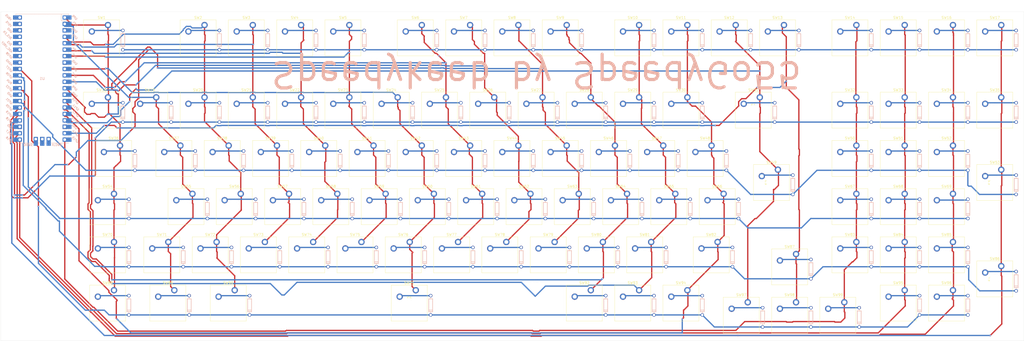
<source format=kicad_pcb>
(kicad_pcb (version 20241129) (generator "pcbnew") (generator_version "8.99")
  (layers (0 "F.Cu" signal) (2 "B.Cu" signal) (13 "F.Paste" user) (15 "B.Paste" user) (5 "F.SilkS" user "F.Silkscreen") (7 "B.SilkS" user "B.Silkscreen") (1 "F.Mask" user) (3 "B.Mask" user) (25 "Edge.Cuts" user))
  (net 0 "")
  (net 1 "Net-(D1-PadA)")
  (net 2 "Net-(D2-PadA)")
  (net 3 "Net-(D3-PadA)")
  (net 4 "Net-(D4-PadA)")
  (net 5 "Net-(D5-PadA)")
  (net 6 "Net-(D6-PadA)")
  (net 7 "Net-(D7-PadA)")
  (net 8 "Net-(D8-PadA)")
  (net 9 "Net-(D9-PadA)")
  (net 10 "Net-(D10-PadA)")
  (net 11 "Net-(D11-PadA)")
  (net 12 "Net-(D12-PadA)")
  (net 13 "Net-(D13-PadA)")
  (net 14 "Net-(D14-PadA)")
  (net 15 "Net-(D15-PadA)")
  (net 16 "Net-(D16-PadA)")
  (net 17 "Net-(D17-PadA)")
  (net 18 "Net-(D18-PadA)")
  (net 19 "Net-(D19-PadA)")
  (net 20 "Net-(D20-PadA)")
  (net 21 "Net-(D21-PadA)")
  (net 22 "Net-(D22-PadA)")
  (net 23 "Net-(D23-PadA)")
  (net 24 "Net-(D24-PadA)")
  (net 25 "Net-(D25-PadA)")
  (net 26 "Net-(D26-PadA)")
  (net 27 "Net-(D27-PadA)")
  (net 28 "Net-(D28-PadA)")
  (net 29 "Net-(D29-PadA)")
  (net 30 "Net-(D30-PadA)")
  (net 31 "Net-(D31-PadA)")
  (net 32 "Net-(D32-PadA)")
  (net 33 "Net-(D33-PadA)")
  (net 34 "Net-(D34-PadA)")
  (net 35 "Net-(D35-PadA)")
  (net 36 "Net-(D36-PadA)")
  (net 37 "Net-(D37-PadA)")
  (net 38 "Net-(D38-PadA)")
  (net 39 "Net-(D39-PadA)")
  (net 40 "Net-(D40-PadA)")
  (net 41 "Net-(D41-PadA)")
  (net 42 "Net-(D42-PadA)")
  (net 43 "Net-(D43-PadA)")
  (net 44 "Net-(D44-PadA)")
  (net 45 "Net-(D45-PadA)")
  (net 46 "Net-(D46-PadA)")
  (net 47 "Net-(D47-PadA)")
  (net 48 "Net-(D48-PadA)")
  (net 49 "Net-(D49-PadA)")
  (net 50 "Net-(D50-PadA)")
  (net 51 "Net-(D51-PadA)")
  (net 52 "Net-(D52-PadA)")
  (net 53 "Net-(D53-PadA)")
  (net 54 "Net-(D54-PadA)")
  (net 55 "Net-(D55-PadA)")
  (net 56 "Net-(D56-PadA)")
  (net 57 "Net-(D57-PadA)")
  (net 58 "Net-(D58-PadA)")
  (net 59 "Net-(D59-PadA)")
  (net 60 "Net-(D60-PadA)")
  (net 61 "Net-(D61-PadA)")
  (net 62 "Net-(D62-PadA)")
  (net 63 "Net-(D63-PadA)")
  (net 64 "Net-(D64-PadA)")
  (net 65 "Net-(D65-PadA)")
  (net 66 "Net-(D66-PadA)")
  (net 67 "Net-(D67-PadA)")
  (net 68 "Net-(D68-PadA)")
  (net 69 "Net-(D69-PadA)")
  (net 70 "Net-(D70-PadA)")
  (net 71 "Net-(D71-PadA)")
  (net 72 "Net-(D72-PadA)")
  (net 73 "Net-(D73-PadA)")
  (net 74 "Net-(D74-PadA)")
  (net 75 "Net-(D75-PadA)")
  (net 76 "Net-(D76-PadA)")
  (net 77 "Net-(D77-PadA)")
  (net 78 "Net-(D78-PadA)")
  (net 79 "Net-(D79-PadA)")
  (net 80 "Net-(D80-PadA)")
  (net 81 "Net-(D81-PadA)")
  (net 82 "Net-(D82-PadA)")
  (net 83 "Net-(D83-PadA)")
  (net 84 "Net-(D84-PadA)")
  (net 85 "Net-(D85-PadA)")
  (net 86 "Net-(D86-PadA)")
  (net 87 "Net-(D87-PadA)")
  (net 88 "Net-(D88-PadA)")
  (net 89 "Net-(D89-PadA)")
  (net 90 "Net-(D90-PadA)")
  (net 91 "Net-(D92-PadA)")
  (net 92 "Net-(D93-PadA)")
  (net 93 "Net-(D94-PadA)")
  (net 94 "Net-(D95-PadA)")
  (net 95 "Net-(D96-PadA)")
  (net 96 "Net-(D97-PadA)")
  (net 97 "Net-(D98-PadA)")
  (net 98 "Net-(D99-PadA)")
  (net 100 "Net-(D91-PadA)")
  (net 101 "Row0")
  (net 102 "Row1")
  (net 103 "Row2")
  (net 104 "Row3")
  (net 105 "Row4")
  (net 106 "Row5")
  (net 107 "Col0")
  (net 108 "Col1")
  (net 109 "Col2")
  (net 110 "Col3")
  (net 111 "Col4")
  (net 112 "Col5")
  (net 113 "Col7")
  (net 114 "Col8")
  (net 115 "Col9")
  (net 116 "Col10")
  (net 117 "Col11")
  (net 118 "Col12")
  (net 119 "Col13")
  (net 120 "Col14")
  (net 121 "Col15")
  (net 122 "Col16")
  (net 123 "Col17")
  (net 124 "Col18")
  (net 125 "Col6")
  (footprint "PCM_Switch_Keyboard_Cherry_MX:SW_Cherry_MX_PCB_1.00u" (layer "F.Cu") (at 276.6575 59.5)
    (property "Reference" "SW32")
    (property "Value" "SW_Push")
  )
  (footprint "PCM_Switch_Keyboard_Cherry_MX:SW_Cherry_MX_PCB_1.00u" (layer "F.Cu") (at 295.7075 30.925)
    (property "Reference" "SW15")
    (property "Value" "SW_Push")
  )
  (footprint "PCM_Switch_Keyboard_Cherry_MX:SW_Cherry_MX_PCB_1.00u" (layer "F.Cu") (at 29.0075 78.55)
    (property "Reference" "SW38")
    (property "Value" "SW_Push")
  )
  (footprint "PCM_Mounting_Keyboard_Stabilizer:Stabilizer_Cherry_MX_2.00u" (layer "F.Cu") (at 333.84505 88.1 90)
    (property "Reference" "S3")
    (property "Value" "Stabilizer_Cherry_MX_2.00u")
  )
  (footprint "PCM_Switch_Keyboard_Cherry_MX:SW_Cherry_MX_PCB_1.00u" (layer "F.Cu") (at 276.6575 97.6)
    (property "Reference" "SW67")
    (property "Value" "SW_Push")
  )
  (footprint "PCM_Switch_Keyboard_Cherry_MX:SW_Cherry_MX_PCB_1.00u" (layer "F.Cu") (at 295.7075 78.55)
    (property "Reference" "SW51")
    (property "Value" "SW_Push")
  )
  (footprint "PCM_Mounting_Keyboard_Stabilizer:Stabilizer_Cherry_MX_6.25u" (layer "F.Cu") (at 102.84505 135.8)
    (property "Reference" "S5")
    (property "Value" "Stabilizer_Cherry_MX_6.25u")
  )
  (footprint "PCM_Switch_Keyboard_Cherry_MX:SW_Cherry_MX_PCB_1.00u" (layer "F.Cu") (at 252.845 121.4125)
    (property "Reference" "SW87")
    (property "Value" "SW_Push")
  )
  (footprint "PCM_Switch_Keyboard_Cherry_MX:SW_Cherry_MX_PCB_1.00u" (layer "F.Cu") (at 209.9825 59.5)
    (property "Reference" "SW30")
    (property "Value" "SW_Push")
  )
  (footprint "PCM_Switch_Keyboard_Cherry_MX:SW_Cherry_MX_PCB_1.00u" (layer "F.Cu") (at 67.1075 78.55)
    (property "Reference" "SW40")
    (property "Value" "SW_Push")
  )
  (footprint "PCM_Switch_Keyboard_Cherry_MX:SW_Cherry_MX_PCB_1.00u" (layer "F.Cu") (at 171.8825 135.7)
    (property "Reference" "SW92")
    (property "Value" "SW_Push")
  )
  (footprint "PCM_Switch_Keyboard_Cherry_MX:SW_Cherry_MX_PCB_1.00u" (layer "F.Cu") (at -13.855 78.55)
    (property "Reference" "SW36")
    (property "Value" "SW_Push")
  )
  (footprint "PCM_Switch_Keyboard_Cherry_MX:SW_Cherry_MX_PCB_1.00u" (layer "F.Cu") (at 157.595 116.65)
    (property "Reference" "SW79")
    (property "Value" "SW_Push")
  )
  (footprint "PCM_Switch_Keyboard_Cherry_MX:SW_Cherry_MX_PCB_1.00u" (layer "F.Cu") (at -16.23625 97.6)
    (property "Reference" "SW54")
    (property "Value" "SW_Push")
  )
  (footprint "PCM_Switch_Keyboard_Cherry_MX:SW_Cherry_MX_PCB_1.00u" (layer "F.Cu") (at 124.2575 30.925)
    (property "Reference" "SW7")
    (property "Value" "SW_Push")
  )
  (footprint "PCM_Switch_Keyboard_Cherry_MX:SW_Cherry_MX_PCB_1.00u" (layer "F.Cu") (at 171.8825 59.5)
    (property "Reference" "SW28")
    (property "Value" "SW_Push")
  )
  (footprint "PCM_Switch_Keyboard_Cherry_MX:SW_Cherry_MX_PCB_1.00u" (layer "F.Cu") (at 190.9325 135.7)
    (property "Reference" "SW93")
    (property "Value" "SW_Push")
  )
  (footprint "PCM_Switch_Keyboard_Cherry_MX:SW_Cherry_MX_PCB_1.00u" (layer "F.Cu") (at 186.17 97.6)
    (property "Reference" "SW64")
    (property "Value" "SW_Push")
  )
  (footprint "PCM_Switch_Keyboard_Cherry_MX:SW_Cherry_MX_PCB_1.00u" (layer "F.Cu") (at 119.495 116.65)
    (property "Reference" "SW77")
    (property "Value" "SW_Push")
  )
  (footprint "PCM_Switch_Keyboard_Cherry_MX:SW_Cherry_MX_PCB_1.00u" (layer "F.Cu") (at 138.545 116.65)
    (property "Reference" "SW78")
    (property "Value" "SW_Push")
  )
  (footprint "PCM_Switch_Keyboard_Cherry_MX:SW_Cherry_MX_PCB_1.00u" (layer "F.Cu") (at 233.795 140.4625)
    (property "Reference" "SW97")
    (property "Value" "SW_Push")
  )
  (footprint "PCM_Switch_Keyboard_Cherry_MX:SW_Cherry_MX_PCB_1.00u" (layer "F.Cu") (at 219.5075 78.55)
    (property "Reference" "SW48")
    (property "Value" "SW_Push")
  )
  (footprint "PCM_Switch_Keyboard_Cherry_MX:SW_Cherry_MX_PCB_1.00u" (layer "F.Cu") (at 19.4825 30.925)
    (property "Reference" "SW2")
    (property "Value" "SW_Push")
  )
  (footprint "PCM_Switch_Keyboard_Cherry_MX:SW_Cherry_MX_PCB_1.00u" (layer "F.Cu") (at 295.7075 97.6)
    (property "Reference" "SW68")
    (property "Value" "SW_Push")
  )
  (footprint "PCM_Switch_Keyboard_Cherry_MX:SW_Cherry_MX_PCB_1.00u" (layer "F.Cu") (at 43.295 116.65)
    (property "Reference" "SW73")
    (property "Value" "SW_Push")
  )
  (footprint "PCM_Switch_Keyboard_Cherry_MX:SW_Cherry_MX_PCB_1.00u" (layer "F.Cu") (at 252.845 140.4625)
    (property "Reference" "SW98")
    (property "Value" "SW_Push")
  )
  (footprint "PCM_Switch_Keyboard_Cherry_MX:SW_Cherry_MX_PCB_1.00u" (layer "F.Cu") (at 162.3575 30.925)
    (property "Reference" "SW9")
    (property "Value" "SW_Push")
  )
  (footprint "PCM_Switch_Keyboard_Cherry_MX:SW_Cherry_MX_PCB_1.00u" (layer "F.Cu") (at 129.02 97.6)
    (property "Reference" "SW61")
    (property "Value" "SW_Push")
  )
  (footprint "PCM_Switch_Keyboard_Cherry_MX:SW_Cherry_MX_PCB_1.00u" (layer "F.Cu") (at 190.9325 59.5)
    (property "Reference" "SW29")
    (property "Value" "SW_Push")
  )
  (footprint "PCM_Switch_Keyboard_Cherry_MX:SW_Cherry_MX_PCB_1.00u" (layer "F.Cu") (at 105.2075 30.925)
    (property "Reference" "SW6")
    (property "Value" "SW_Push")
  )
  (footprint "PCM_Switch_Keyboard_Cherry_MX:SW_Cherry_MX_PCB_1.00u" (layer "F.Cu") (at -16.23625 135.7)
    (property "Reference" "SW88")
    (property "Value" "SW_Push")
  )
  (footprint "PCM_Switch_Keyboard_Cherry_MX:SW_Cherry_MX_PCB_1.00u" (layer "F.Cu") (at 221.88875 116.65)
    (property "Reference" "SW82")
    (property "Value" "SW_Push")
  )
  (footprint "PCM_Switch_Keyboard_Cherry_MX:SW_Cherry_MX_PCB_1.00u" (layer "F.Cu") (at 314.7575 59.5)
    (property "Reference" "SW34")
    (property "Value" "SW_Push")
  )
  (footprint "PCM_Switch_Keyboard_Cherry_MX:SW_Cherry_MX_PCB_1.00u" (layer "F.Cu") (at 95.6825 59.5)
    (property "Reference" "SW24")
    (property "Value" "SW_Push")
  )
  (footprint "PCM_Switch_Keyboard_Cherry_MX:SW_Cherry_MX_PCB_1.00u" (layer "F.Cu") (at 176.645 116.65)
    (property "Reference" "SW80")
    (property "Value" "SW_Push")
  )
  (footprint "PCM_Mounting_Keyboard_Stabilizer:Stabilizer_Cherry_MX_2.00u" (layer "F.Cu") (at 333.84505 126.2 90)
    (property "Reference" "S4")
    (property "Value" "Stabilizer_Cherry_MX_2.00u")
  )
  (footprint "PCM_Switch_Keyboard_Cherry_MX:SW_Cherry_MX_PCB_1.00u" (layer "F.Cu") (at 333.8075 59.5)
    (property "Reference" "SW35")
    (property "Value" "SW_Push")
  )
  (footprint "PCM_Switch_Keyboard_Cherry_MX:SW_Cherry_MX_PCB_1.00u" (layer "F.Cu") (at 148.07 97.6)
    (property "Reference" "SW62")
    (property "Value" "SW_Push")
  )
  (footprint "PCM_Switch_Keyboard_Cherry_MX:SW_Cherry_MX_PCB_1.00u" (layer "F.Cu") (at -18.6175 59.5)
    (property "Reference" "SW18")
    (property "Value" "SW_Push")
  )
  (footprint "PCM_Switch_Keyboard_Cherry_MX:SW_Cherry_MX_PCB_1.00u" (layer "F.Cu") (at 38.5325 30.925)
    (property "Reference" "SW3")
    (property "Value" "SW_Push")
  )
  (footprint "PCM_Switch_Keyboard_Cherry_MX:SW_Cherry_MX_PCB_1.00u" (layer "F.Cu") (at 248.0825 30.925)
    (property "Reference" "SW13")
    (property "Value" "SW_Push")
  )
  (footprint "PCM_Switch_Keyboard_Cherry_MX:SW_Cherry_MX_PCB_1.00u" (layer "F.Cu") (at 276.6575 116.65)
    (property "Reference" "SW83")
    (property "Value" "SW_Push")
  )
  (footprint "PCM_Switch_Keyboard_Cherry_MX:SW_Cherry_MX_PCB_1.00u" (layer "F.Cu") (at 31.38875 135.7)
    (property "Reference" "SW90")
    (property "Value" "SW_Push")
  )
  (footprint "PCM_Switch_Keyboard_Cherry_MX:SW_Cherry_MX_PCB_1.00u" (layer "F.Cu") (at 190.9325 30.925)
    (property "Reference" "SW10")
    (property "Value" "SW_Push")
  )
  (footprint "PCM_Switch_Keyboard_Cherry_MX:SW_Cherry_MX_PCB_1.00u" (layer "F.Cu") (at 229.0325 30.925)
    (property "Reference" "SW12")
    (property "Value" "SW_Push")
  )
  (footprint "PCM_Switch_Keyboard_Cherry_MX:SW_Cherry_MX_PCB_1.00u" (layer "F.Cu") (at 205.22 97.6)
    (property "Reference" "SW65")
    (property "Value" "SW_Push")
  )
  (footprint "PCM_Switch_Keyboard_Cherry_MX:SW_Cherry_MX_PCB_1.00u" (layer "F.Cu") (at 152.8325 59.5)
    (property "Reference" "SW27")
    (property "Value" "SW_Push")
  )
  (footprint "PCM_Switch_Keyboard_Cherry_MX:SW_Cherry_MX_PCB_1.00u" (layer "F.Cu") (at 19.4825 59.5)
    (property "Reference" "SW20")
    (property "Value" "SW_Push")
  )
  (footprint "PCM_Switch_Keyboard_Cherry_MX:SW_Cherry_MX_PCB_1.00u" (layer "F.Cu") (at 238.5575 59.5)
    (property "Reference" "SW31")
    (property "Value" "SW_Push")
  )
  (footprint "PCM_Switch_Keyboard_Cherry_MX:SW_Cherry_MX_PCB_1.00u" (layer "F.Cu") (at 52.82 97.6)
    (property "Reference" "SW57")
    (property "Value" "SW_Push")
  )
  (footprint "PCM_Switch_Keyboard_Cherry_MX:SW_Cherry_MX_PCB_1.00u" (layer "F.Cu") (at 314.7575 135.7)
    (property "Reference" "SW96")
    (property "Value" "SW_Push")
  )
  (footprint "PCM_Switch_Keyboard_Cherry_MX:SW_Cherry_MX_PCB_1.00u" (layer "F.Cu") (at 57.5825 30.925)
    (property "Reference" "SW4")
    (property "Value" "SW_Push")
  )
  (footprint "PCM_Switch_Keyboard_Cherry_MX:SW_Cherry_MX_PCB_1.00u" (layer "F.Cu") (at 0.4325 59.5)
    (property "Reference" "SW19")
    (property "Value" "SW_Push")
  )
  (footprint "PCM_Switch_Keyboard_Cherry_MX:SW_Cherry_MX_PCB_1.00u" (layer "F.Cu") (at 133.7825 59.5)
    (property "Reference" "SW26")
    (property "Value" "SW_Push")
  )
  (footprint "PCM_Switch_Keyboard_Cherry_MX:SW_Cherry_MX_PCB_1.00u" (layer "F.Cu") (at 57.5825 59.5)
    (property "Reference" "SW22")
    (property "Value" "SW_Push")
  )
  (footprint "PCM_Switch_Keyboard_Cherry_MX:SW_Cherry_MX_PCB_1.00u" (layer "F.Cu") (at 271.895 140.4625)
    (property "Reference" "SW99")
    (property "Value" "SW_Push")
  )
  (footprint "PCM_Switch_Keyboard_Cherry_MX:SW_Cherry_MX_PCB_1.00u" (layer "F.Cu") (at 5.195 116.65)
    (property "Reference" "SW71")
    (property "Value" "SW_Push")
  )
  (footprint "PCM_Switch_Keyboard_Cherry_MX:SW_Cherry_MX_PCB_1.00u" (layer "F.Cu") (at 143.3075 30.925)
    (property "Reference" "SW8")
    (property "Value" "SW_Push")
  )
  (footprint "PCM_Switch_Keyboard_Cherry_MX:SW_Cherry_MX_PCB_1.00u" (layer "F.Cu") (at 295.7075 59.5)
    (property "Reference" "SW33")
    (property "Value" "SW_Push")
  )
  (footprint "PCM_Switch_Keyboard_Cherry_MX:SW_Cherry_MX_PCB_1.00u" (layer "F.Cu") (at 333.8075 30.925)
    (property "Reference" "SW17")
    (property "Value" "SW_Push")
  )
  (footprint "PCM_Switch_Keyboard_Cherry_MX:SW_Cherry_MX_PCB_1.00u" (layer "F.Cu") (at 71.87 97.6)
    (property "Reference" "SW58")
    (property "Value" "SW_Push")
  )
  (footprint "PCM_Switch_Keyboard_Cherry_MX:SW_Cherry_MX_PCB_1.00u" (layer "F.Cu") (at 143.3075 78.55)
    (property "Reference" "SW44")
    (property "Value" "SW_Push")
  )
  (footprint "PCM_Switch_Keyboard_Cherry_MX:SW_Cherry_MX_PCB_1.00u" (layer "F.Cu") (at 200.4575 78.55)
    (property "Reference" "SW47")
    (property "Value" "SW_Push")
  )
  (footprint "PCM_Switch_Keyboard_Cherry_MX:SW_Cherry_MX_PCB_1.00u" (layer "F.Cu") (at 314.7575 78.55)
    (property "Reference" "SW52")
    (property "Value" "SW_Push")
  )
  (footprint "PCM_Switch_Keyboard_Cherry_MX:SW_Cherry_MX_PCB_1.00u" (layer "F.Cu") (at -16.23625 116.65)
    (property "Reference" "SW70")
    (property "Value" "SW_Push")
  )
  (footprint "PCM_Mounting_Keyboard_Stabilizer:Stabilizer_Cherry_MX_2.00u" (layer "F.Cu") (at 245.74505 88.1 90)
    (property "Reference" "S2")
    (property "Value" "Stabilizer_Cherry_MX_2.00u")
  )
  (footprint "PCM_Switch_Keyboard_Cherry_MX:SW_Cherry_MX_PCB_1.00u" (layer "F.Cu") (at 33.77 97.6)
    (property "Reference" "SW56")
    (property "Value" "SW_Push")
  )
  (footprint "PCM_Switch_Keyboard_Cherry_MX:SW_Cherry_MX_PCB_1.00u" (layer "F.Cu") (at 76.6325 30.925)
    (property "Reference" "SW5")
    (property "Value" "SW_Push")
  )
  (footprint "PCM_Switch_Keyboard_Cherry_MX:SW_Cherry_MX_PCB_1.00u" (layer "F.Cu") (at 181.4075 78.55)
    (property "Reference" "SW46")
    (property "Value" "SW_Push")
  )
  (footprint "PCM_Switch_Keyboard_Cherry_MX:SW_Cherry_MX_PCB_1.00u" (layer "F.Cu") (at 109.97 97.6)
    (property "Reference" "SW60")
    (property "Value" "SW_Push")
  )
  (footprint "PCM_Switch_Keyboard_Cherry_MX:SW_Cherry_MX_PCB_1.00u" (layer "F.Cu") (at 7.57625 135.7)
    (property "Reference" "SW89")
    (property "Value" "SW_Push")
  )
  (footprint "PCM_Switch_Keyboard_Cherry_MX:SW_Cherry_MX_PCB_1.00u" (layer "F.Cu") (at 209.9825 30.925)
    (property "Reference" "SW11")
    (property "Value" "SW_Push")
  )
  (footprint "PCM_Switch_Keyboard_Cherry_MX:SW_Cherry_MX_PCB_1.00u" (layer "F.Cu") (at 333.8075 88.075)
    (property "Reference" "SW53")
    (property "Value" "SW_Push")
  )
  (footprint "PCM_Switch_Keyboard_Cherry_MX:SW_Cherry_MX_PCB_1.00u" (layer "F.Cu") (at 224.27 97.6)
    (property "Reference" "SW66")
    (property "Value" "SW_Push")
  )
  (footprint "PCM_Switch_Keyboard_Cherry_MX:SW_Cherry_MX_PCB_1.00u" (layer "F.Cu") (at 9.9575 78.55)
    (property "Reference" "SW37")
    (property "Value" "SW_Push")
  )
  (footprint "PCM_Switch_Keyboard_Cherry_MX:SW_Cherry_MX_PCB_1.00u" (layer "F.Cu") (at -18.6175 30.925)
    (property "Reference" "SW1")
    (property "Value" "SW_Push")
  )
  (footprint "PCM_Switch_Keyboard_Cherry_MX:SW_Cherry_MX_PCB_1.00u" (layer "F.Cu") (at 38.5325 59.5)
    (property "Reference" "SW21")
    (property "Value" "SW_Push")
  )
  (footprint "PCM_Switch_Keyboard_Cherry_MX:SW_Cherry_MX_PCB_1.00u" (layer "F.Cu") (at 14.72 97.6)
    (property "Reference" "SW55")
    (property "Value" "SW_Push")
  )
  (footprint "PCM_Switch_Keyboard_Cherry_MX:SW_Cherry_MX_PCB_1.00u" (layer "F.Cu") (at 167.12 97.6)
    (property "Reference" "SW63")
    (property "Value" "SW_Push")
  )
  (footprint "PCM_Switch_Keyboard_Cherry_MX:SW_Cherry_MX_PCB_1.00u" (layer "F.Cu") (at 76.6325 59.5)
    (property "Reference" "SW23")
    (property "Value" "SW_Push")
  )
  (footprint "PCM_Switch_Keyboard_Cherry_MX:SW_Cherry_MX_PCB_1.00u" (layer "F.Cu") (at 195.695 116.65)
    (property "Reference" "SW81")
    (property "Value" "SW_Push")
  )
  (footprint "PCM_Switch_Keyboard_Cherry_MX:SW_Cherry_MX_PCB_1.00u" (layer "F.Cu") (at 62.345 116.65)
    (property "Reference" "SW74")
    (property "Value" "SW_Push")
  )
  (footprint "PCM_Switch_Keyboard_Cherry_MX:SW_Cherry_MX_PCB_1.00u" (layer "F.Cu") (at 86.1575 78.55)
    (property "Reference" "SW41")
    (property "Value" "SW_Push")
  )
  (footprint "PCM_Switch_Keyboard_Cherry_MX:SW_Cherry_MX_PCB_1.00u" (layer "F.Cu") (at 295.7075 135.7)
    (property "Reference" "SW95")
    (property "Value" "SW_Push")
  )
  (footprint "PCM_Switch_Keyboard_Cherry_MX:SW_Cherry_MX_PCB_1.00u" (layer "F.Cu") (at 48.0575 78.55)
    (property "Reference" "SW39")
    (property "Value" "SW_Push")
  )
  (footprint "PCM_Switch_Keyboard_Cherry_MX:SW_Cherry_MX_PCB_1.00u" (layer "F.Cu") (at 245.70125 88.075)
    (property "Reference" "SW49")
    (property "Value" "SW_Push")
  )
  (footprint "PCM_Switch_Keyboard_Cherry_MX:SW_Cherry_MX_PCB_1.00u" (layer "F.Cu") (at 276.6575 30.925)
    (property "Reference" "SW14")
    (property "Value" "SW_Push")
  )
  (footprint "PCM_Switch_Keyboard_Cherry_MX:SW_Cherry_MX_PCB_1.00u" (layer "F.Cu") (at 209.9825 135.7)
    (property "Reference" "SW94")
    (property "Value" "SW_Push")
  )
  (footprint "PCM_Switch_Keyboard_Cherry_MX:SW_Cherry_MX_PCB_1.00u" (layer "F.Cu") (at 314.7575 116.65)
    (property "Reference" "SW85")
    (property "Value" "SW_Push")
  )
  (footprint "PCM_Switch_Keyboard_Cherry_MX:SW_Cherry_MX_PCB_1.00u" (layer "F.Cu") (at 276.6575 78.55)
    (property "Reference" "SW50")
    (property "Value" "SW_Push")
  )
  (footprint "PCM_Switch_Keyboard_Cherry_MX:SW_Cherry_MX_PCB_1.00u" (layer "F.Cu") (at 24.245 116.65)
    (property "Reference" "SW72")
    (property "Value" "SW_Push")
  )
  (footprint "PCM_Switch_Keyboard_Cherry_MX:SW_Cherry_MX_PCB_1.00u" (layer "F.Cu") (at 81.395 116.65)
    (property "Reference" "SW75")
    (property "Value" "SW_Push")
  )
  (footprint "PCM_Switch_Keyboard_Cherry_MX:SW_Cherry_MX_PCB_1.00u" (layer "F.Cu") (at 114.7325 59.5)
    (property "Reference" "SW25")
    (property "Value" "SW_Push")
  )
  (footprint "PCM_Switch_Keyboard_Cherry_MX:SW_Cherry_MX_PCB_1.00u" (layer "F.Cu") (at 162.3575 78.55)
    (property "Reference" "SW45")
    (property "Value" "SW_Push")
  )
  (footprint "PCM_Switch_Keyboard_Cherry_MX:SW_Cherry_MX_PCB_1.00u" (layer "F.Cu") (at 295.7075 116.65)
    (property "Reference" "SW84")
    (property "Value" "SW_Push")
  )
  (footprint "PCM_Mounting_Keyboard_Stabilizer:Stabilizer_Cherry_MX_2.00u" (layer "F.Cu") (at 238.54505 59.6)
    (property "Reference" "S1")
    (property "Value" "Stabilizer_Cherry_MX_2.00u")
  )
  (footprint "PCM_Switch_Keyboard_Cherry_MX:SW_Cherry_MX_PCB_1.00u" (layer "F.Cu") (at 90.92 97.6)
    (property "Reference" "SW59")
    (property "Value" "SW_Push")
  )
  (footprint "PCM_Switch_Keyboard_Cherry_MX:SW_Cherry_MX_PCB_1.00u" (layer "F.Cu") (at 333.8075 126.175)
    (property "Reference" "SW86")
    (property "Value" "SW_Push")
  )
  (footprint "PCM_Switch_Keyboard_Cherry_MX:SW_Cherry_MX_PCB_1.00u" (layer "F.Cu") (at 124.2575 78.55)
    (property "Reference" "SW43")
    (property "Value" "SW_Push")
  )
  (footprint "PCM_Switch_Keyboard_Cherry_MX:SW_Cherry_MX_PCB_1.00u" (layer "F.Cu") (at 314.7575 97.6)
    (property "Reference" "SW69")
    (property "Value" "SW_Push")
  )
  (footprint "PCM_Switch_Keyboard_Cherry_MX:SW_Cherry_MX_PCB_1.00u" (layer "F.Cu") (at 314.7575 30.925)
    (property "Reference" "SW16")
    (property "Value" "SW_Push")
  )
  (footprint "PCM_Switch_Keyboard_Cherry_MX:SW_Cherry_MX_PCB_1.00u" (layer "F.Cu") (at 102.82625 135.7)
    (property "Reference" "SW91")
    (property "Value" "SW_Push")
  )
  (footprint "PCM_Switch_Keyboard_Cherry_MX:SW_Cherry_MX_PCB_1.00u" (layer "F.Cu") (at 105.2075 78.55)
    (property "Reference" "SW42")
    (property "Value" "SW_Push")
  )
  (footprint "PCM_Switch_Keyboard_Cherry_MX:SW_Cherry_MX_PCB_1.00u" (layer "F.Cu") (at 100.445 116.65)
    (property "Reference" "SW76")
    (property "Value" "SW_Push")
  )
  (footprint "custom:DIODE-1N4148 (1)" (layer "B.Cu") (at 285.075 98.475 -90)
    (property "Reference" "D67")
    (property "Value" "D" (hide yes))
  )
  (footprint "custom:DIODE-1N4148 (1)" (layer "B.Cu") (at 342.225 60.375 -90)
    (property "Reference" "D35")
    (property "Value" "D" (hide yes))
  )
  (footprint "custom:DIODE-1N4148 (1)" (layer "B.Cu") (at 230.30625 117.525 -90)
    (property "Reference" "D82")
    (property "Value" "D" (hide yes))
  )
  (footprint "custom:DIODE-1N4148 (1)" (layer "B.Cu") (at 285.075 79.425 -90)
    (property "Reference" "D50")
    (property "Value" "D" (hide yes))
  )
  (footprint "custom:DIODE-1N4148 (1)" (layer "B.Cu") (at 18.375 79.425 -90)
    (property "Reference" "D37")
    (property "Value" "D" (hide yes))
  )
  (footprint "custom:DIODE-1N4148 (1)" (layer "B.Cu") (at 39.80625 136.575 -90)
    (property "Reference" "D90")
    (property "Value" "D" (hide yes))
  )
  (footprint "custom:DIODE-1N4148 (1)" (layer "B.Cu") (at 342.225 88.95 -90)
    (property "Reference" "D53")
    (property "Value" "D" (hide yes))
  )
  (footprint "custom:DIODE-1N4148 (1)" (layer "B.Cu") (at 118.3875 98.475 -90)
    (property "Reference" "D60")
    (property "Value" "D" (hide yes))
  )
  (footprint "custom:DIODE-1N4148 (1)" (layer "B.Cu") (at -5.4375 79.425 -90)
    (property "Reference" "D36")
    (property "Value" "D" (hide yes))
  )
  (footprint "custom:DIODE-1N4148 (1)" (layer "B.Cu") (at 232.6875 98.475 -90)
    (property "Reference" "D66")
    (property "Value" "D" (hide yes))
  )
  (footprint "custom:DIODE-1N4148 (1)" (layer "B.Cu") (at 113.625 31.8 -90)
    (property "Reference" "D6")
    (property "Value" "D" (hide yes))
  )
  (footprint "custom:DIODE-1N4148 (1)" (layer "B.Cu") (at 66 31.8 -90)
    (property "Reference" "D4")
    (property "Value" "D" (hide yes))
  )
  (footprint "custom:DIODE-1N4148 (1)" (layer "B.Cu") (at 132.675 31.8 -90)
    (property "Reference" "D7")
    (property "Value" "D" (hide yes))
  )
  (footprint "custom:DIODE-1N4148 (1)" (layer "B.Cu") (at 15.99375 136.575 -90)
    (property "Reference" "D89")
    (property "Value" "D" (hide yes))
  )
  (footprint "custom:DIODE-1N4148 (1)" (layer "B.Cu") (at 137.4375 98.475 -90)
    (property "Reference" "D61")
    (property "Value" "D" (hide yes))
  )
  (footprint "custom:DIODE-1N4148 (1)" (layer "B.Cu") (at 151.725 31.8 -90)
    (property "Reference" "D8")
    (property "Value" "D" (hide yes))
  )
  (footprint "custom:DIODE-1N4148 (1)" (layer "B.Cu") (at 89.8125 117.525 -90)
    (property "Reference" "D75")
    (property "Value" "D" (hide yes))
  )
  (footprint "custom:DIODE-1N4148 (1)" (layer "B.Cu") (at 80.2875 98.475 -90)
    (property "Reference" "D58")
    (property "Value" "D" (hide yes))
  )
  (footprint "custom:DIODE-1N4148 (1)" (layer "B.Cu") (at 246.975 60.375 -90)
    (property "Reference" "D31")
    (property "Value" "D" (hide yes))
  )
  (footprint "custom:DIODE-1N4148 (1)" (layer "B.Cu") (at 70.7625 117.525 -90)
    (property "Reference" "D74")
    (property "Value" "D" (hide yes))
  )
  (footprint "custom:DIODE-1N4148 (1)" (layer "B.Cu") (at 199.35 31.8 -90)
    (property "Reference" "D10")
    (property "Value" "D" (hide yes))
  )
  (footprint "custom:DIODE-1N4148 (1)" (layer "B.Cu") (at 127.9125 117.525 -90)
    (property "Reference" "D77")
    (property "Value" "D" (hide yes))
  )
  (footprint "custom:DIODE-1N4148 (1)" (layer "B.Cu") (at 285.075 60.375 -90)
    (property "Reference" "D32")
    (property "Value" "D" (hide yes))
  )
  (footprint "custom:DIODE-1N4148 (1)" (layer "B.Cu") (at 75.525 79.425 -90)
    (property "Reference" "D40")
    (property "Value" "D" (hide yes))
  )
  (footprint "custom:DIODE-1N4148 (1)" (layer "B.Cu") (at -10.2 60.375 -90)
    (property "Reference" "D18")
    (property "Value" "D" (hide yes))
  )
  (footprint "custom:DIODE-1N4148 (1)" (layer "B.Cu") (at 323.175 60.375 -90)
    (property "Reference" "D34")
    (property "Value" "D" (hide yes))
  )
  (footprint "custom:DIODE-1N4148 (1)" (layer "B.Cu") (at 46.95 31.8 -90)
    (property "Reference" "D3")
    (property "Value" "D" (hide yes))
  )
  (footprint "custom:DIODE-1N4148 (1)" (layer "B.Cu") (at 237.45 31.8 -90)
    (property "Reference" "D12")
    (property "Value" "D" (hide yes))
  )
  (footprint "custom:DIODE-1N4148 (1)" (layer "B.Cu") (at 218.4 136.575 -90)
    (property "Reference" "D94")
    (property "Value" "D" (hide yes))
  )
  (footprint "custom:DIODE-1N4148 (1)" (layer "B.Cu") (at 323.175 31.8 -90)
    (property "Reference" "D16")
    (property "Value" "D" (hide yes))
  )
  (footprint "custom:DIODE-1N4148 (1)" (layer "B.Cu") (at 304.125 117.525 -90)
    (property "Reference" "D84")
    (property "Value" "D" (hide yes))
  )
  (footprint "custom:DIODE-1N4148 (1)" (layer "B.Cu") (at 218.4 60.375 -90)
    (property "Reference" "D30")
    (property "Value" "D" (hide yes))
  )
  (footprint "MCU_RaspberryPi_and_Boards:RPi_Pico_SMD_TH" (layer "B.Cu") (at -42 47 180)
    (property "Reference" "U1")
    (property "Value" "Pico")
  )
  (footprint "custom:DIODE-1N4148 (1)" (layer "B.Cu") (at 304.125 31.8 -90)
    (property "Reference" "D15")
    (property "Value" "D" (hide yes))
  )
  (footprint "custom:DIODE-1N4148 (1)" (layer "B.Cu") (at 56.475 79.425 -90)
    (property "Reference" "D39")
    (property "Value" "D" (hide yes))
  )
  (footprint "custom:DIODE-1N4148 (1)" (layer "B.Cu") (at 108.8625 117.525 -90)
    (property "Reference" "D76")
    (property "Value" "D" (hide yes))
  )
  (footprint "custom:DIODE-1N4148 (1)" (layer "B.Cu") (at 151.725 79.425 -90)
    (property "Reference" "D44")
    (property "Value" "D" (hide yes))
  )
  (footprint "custom:DIODE-1N4148 (1)" (layer "B.Cu") (at 323.175 136.575 -90)
    (property "Reference" "D96")
    (property "Value" "D" (hide yes))
  )
  (footprint "custom:DIODE-1N4148 (1)" (layer "B.Cu") (at 99.3375 98.475 -90)
    (property "Reference" "D59")
    (property "Value" "D" (hide yes))
  )
  (footprint "custom:DIODE-1N4148 (1)" (layer "B.Cu") (at 85.05 31.8 -90)
    (property "Reference" "D5")
    (property "Value" "D" (hide yes))
  )
  (footprint "custom:DIODE-1N4148 (1)" (layer "B.Cu") (at 304.125 60.375 -90)
    (property "Reference" "D33")
    (property "Value" "D" (hide yes))
  )
  (footprint "custom:DIODE-1N4148 (1)" (layer "B.Cu") (at 185.0625 117.525 -90)
    (property "Reference" "D80")
    (property "Value" "D" (hide yes))
  )
  (footprint "custom:DIODE-1N4148 (1)" (layer "B.Cu") (at 170.775 31.8 -90)
    (property "Reference" "D9")
    (property "Value" "D" (hide yes))
  )
  (footprint "custom:DIODE-1N4148 (1)" (layer "B.Cu") (at 256.5 31.8 -90)
    (property "Reference" "D13")
    (property "Value" "D" (hide yes))
  )
  (footprint "custom:DIODE-1N4148 (1)" (layer "B.Cu") (at 32.6625 117.525 -90)
    (property "Reference" "D72")
    (property "Value" "D" (hide yes))
  )
  (footprint "custom:DIODE-1N4148 (1)" (layer "B.Cu") (at 189.825 79.425 -90)
    (property "Reference" "D46")
    (property "Value" "D" (hide yes))
  )
  (footprint "custom:DIODE-1N4148 (1)" (layer "B.Cu") (at 227.925 79.425 -90)
    (property "Reference" "D48")
    (property "Value" "D" (hide yes))
  )
  (footprint "custom:DIODE-1N4148 (1)" (layer "B.Cu") (at 85.05 60.375 -90)
    (property "Reference" "D23")
    (property "Value" "D" (hide yes))
  )
  (footprint "custom:DIODE-1N4148 (1)" (layer "B.Cu") (at 242.2125 141.3375 -90)
    (property "Reference" "D97")
    (property "Value" "D" (hide yes))
  )
  (footprint "custom:DIODE-1N4148 (1)" (layer "B.Cu") (at 46.95 60.375 -90)
    (property "Reference" "D21")
    (property "Value" "D" (hide yes))
  )
  (footprint "custom:DIODE-1N4148 (1)" (layer "B.Cu") (at 180.3 60.375 -90)
    (property "Reference" "D28")
    (property "Value" "D" (hide yes))
  )
  (footprint "custom:DIODE-1N4148 (1)" (layer "B.Cu") (at 323.175 79.425 -90)
    (property "Reference" "D52")
    (property "Value" "D" (hide yes))
  )
  (footprint "custom:DIODE-1N4148 (1)" (layer "B.Cu") (at 304.125 136.575 -90)
    (property "Reference" "D95")
    (property "Value" "D" (hide yes))
  )
  (footprint "custom:DIODE-1N4148 (1)" (layer "B.Cu") (at 304.125 79.425 -90)
    (property "Reference" "D51")
    (property "Value" "D" (hide yes))
  )
  (footprint "custom:DIODE-1N4148 (1)" (layer "B.Cu") (at 170.775 79.425 -90)
    (property "Reference" "D45")
    (property "Value" "D" (hide yes))
  )
  (footprint "custom:DIODE-1N4148 (1)" (layer "B.Cu") (at 285.075 117.525 -90)
    (property "Reference" "D83")
    (property "Value" "D" (hide yes))
  )
  (footprint "custom:DIODE-1N4148 (1)" (layer "B.Cu") (at 261.2625 141.3375 -90)
    (property "Reference" "D98")
    (property "Value" "D" (hide yes))
  )
  (footprint "custom:DIODE-1N4148 (1)" (layer "B.Cu") (at 104.1 60.375 -90)
    (property "Reference" "D24")
    (property "Value" "D" (hide yes))
  )
  (footprint "custom:DIODE-1N4148 (1)" (layer "B.Cu") (at 323.175 98.475 -90)
    (property "Reference" "D69")
    (property "Value" "D" (hide yes))
  )
  (footprint "custom:DIODE-1N4148 (1)" (layer "B.Cu") (at 37.425 79.425 -90)
    (property "Reference" "D38")
    (property "Value" "D" (hide yes))
  )
  (footprint "custom:DIODE-1N4148 (1)" (layer "B.Cu") (at 94.575 79.425 -90)
    (property "Reference" "D41")
    (property "Value" "D" (hide yes))
  )
  (footprint "custom:DIODE-1N4148 (1)" (layer "B.Cu") (at 113.625 79.425 -90)
    (property "Reference" "D42")
    (property "Value" "D" (hide yes))
  )
  (footprint "custom:DIODE-1N4148 (1)" (layer "B.Cu") (at 175.5375 98.475 -90)
    (property "Reference" "D63")
    (property "Value" "D" (hide yes))
  )
  (footprint "custom:DIODE-1N4148 (1)" (layer "B.Cu") (at 13.6125 117.525 -90)
    (property "Reference" "D71")
    (property "Value" "D" (hide yes))
  )
  (footprint "custom:DIODE-1N4148 (1)" (layer "B.Cu") (at -7.81875 136.575 -90)
    (property "Reference" "D88")
    (property "Value" "D" (hide yes))
  )
  (footprint "custom:DIODE-1N4148 (1)" (layer "B.Cu") (at 146.9625 117.525 -90)
    (property "Reference" "D78")
    (property "Value" "D" (hide yes))
  )
  (footprint "custom:DIODE-1N4148 (1)" (layer "B.Cu") (at 323.175 117.525 -90)
    (property "Reference" "D85")
    (property "Value" "D" (hide yes))
  )
  (footprint "custom:DIODE-1N4148 (1)" (layer "B.Cu") (at 285.075 31.8 -90)
    (property "Reference" "D14")
    (property "Value" "D" (hide yes))
  )
  (footprint "custom:DIODE-1N4148 (1)" (layer "B.Cu") (at 8.85 60.375 -90)
    (property "Reference" "D19")
    (property "Value" "D" (hide yes))
  )
  (footprint "custom:DIODE-1N4148 (1)" (layer "B.Cu") (at 156.4875 98.475 -90)
    (property "Reference" "D62")
    (property "Value" "D" (hide yes))
  )
  (footprint "custom:DIODE-1N4148 (1)" (layer "B.Cu") (at 51.7125 117.525 -90)
    (property "Reference" "D73")
    (property "Value" "D" (hide yes))
  )
  (footprint "custom:DIODE-1N4148 (1)" (layer "B.Cu") (at 27.9 31.8 -90)
    (property "Reference" "D2")
    (property "Value" "D" (hide yes))
  )
  (footprint "custom:DIODE-1N4148 (1)" (layer "B.Cu") (at -7.81875 98.475 -90)
    (property "Reference" "D54")
    (property "Value" "D" (hide yes))
  )
  (footprint "custom:DIODE-1N4148 (1)" (layer "B.Cu") (at 342.225 127.05 -90)
    (property "Reference" "D86")
    (property "Value" "D" (hide yes))
  )
  (footprint "custom:DIODE-1N4148 (1)" (layer "B.Cu") (at 111.24375 136.575 -90)
    (property "Reference" "D91")
    (property "Value" "D" (hide yes))
  )
  (footprint "custom:DIODE-1N4148 (1)" (layer "B.Cu") (at 161.25 60.375 -90)
    (property "Reference" "D27")
    (property "Value" "D" (hide yes))
  )
  (footprint "custom:DIODE-1N4148 (1)" (layer "B.Cu") (at 66 60.375 -90)
    (property "Reference" "D22")
    (property "Value" "D" (hide yes))
  )
  (footprint "custom:DIODE-1N4148 (1)" (layer "B.Cu") (at 199.35 60.375 -90)
    (property "Reference" "D29")
    (property "Value" "D" (hide yes))
  )
  (footprint "custom:DIODE-1N4148 (1)" (layer "B.Cu") (at 42.1875 98.475 -90)
    (property "Reference" "D56")
    (property "Value" "D" (hide yes))
  )
  (footprint "custom:DIODE-1N4148 (1)" (layer "B.Cu") (at 261.2625 122.2875 -90)
    (property "Reference" "D87")
    (property "Value" "D" (hide yes))
  )
  (footprint "custom:DIODE-1N4148 (1)" (layer "B.Cu") (at 166.0125 117.525 -90)
    (property "Reference" "D79")
    (property "Value" "D" (hide yes))
  )
  (footprint "custom:DIODE-1N4148 (1)" (layer "B.Cu") (at 213.6375 98.475 -90)
    (property "Reference" "D65")
    (property "Value" "D" (hide yes))
  )
  (footprint "custom:DIODE-1N4148 (1)" (layer "B.Cu") (at 218.4 31.8 -90)
    (property "Reference" "D11")
    (property "Value" "D" (hide yes))
  )
  (footprint "custom:DIODE-1N4148 (1)" (layer "B.Cu") (at 180.3 136.575 -90)
    (property "Reference" "D92")
    (property "Value" "D" (hide yes))
  )
  (footprint "custom:DIODE-1N4148 (1)" (layer "B.Cu") (at 199.35 136.575 -90)
    (property "Reference" "D93")
    (property "Value" "D" (hide yes))
  )
  (footprint "custom:DIODE-1N4148 (1)" (layer "B.Cu") (at 142.2 60.375 -90)
    (property "Reference" "D26")
    (property "Value" "D" (hide yes))
  )
  (footprint "custom:DIODE-1N4148 (1)" (layer "B.Cu") (at 280.3125 141.3375 -90)
    (property "Reference" "D99")
    (property "Value" "D" (hide yes))
  )
  (footprint "custom:DIODE-1N4148 (1)" (layer "B.Cu") (at 23.1375 98.475 -90)
    (property "Reference" "D55")
    (property "Value" "D" (hide yes))
  )
  (footprint "custom:DIODE-1N4148 (1)" (layer "B.Cu") (at 342.225 31.8 -90)
    (property "Reference" "D17")
    (property "Value" "D" (hide yes))
  )
  (footprint "custom:DIODE-1N4148 (1)" (layer "B.Cu") (at 132.675 79.425 -90)
    (property "Reference" "D43")
    (property "Value" "D" (hide yes))
  )
  (footprint "custom:DIODE-1N4148 (1)" (layer "B.Cu") (at 208.875 79.425 -90)
    (property "Reference" "D47")
    (property "Value" "D" (hide yes))
  )
  (footprint "custom:DIODE-1N4148 (1)" (layer "B.Cu") (at 61.2375 98.475 -90)
    (property "Reference" "D57")
    (property "Value" "D" (hide yes))
  )
  (footprint "custom:DIODE-1N4148 (1)" (layer "B.Cu") (at 123.15 60.375 -90)
    (property "Reference" "D25")
    (property "Value" "D" (hide yes))
  )
  (footprint "custom:DIODE-1N4148 (1)" (layer "B.Cu") (at -10.2 31.8 -90)
    (property "Reference" "D1")
    (property "Value" "D" (hide yes))
  )
  (footprint "custom:DIODE-1N4148 (1)" (layer "B.Cu") (at 27.9 60.375 -90)
    (property "Reference" "D20")
    (property "Value" "D" (hide yes))
  )
  (footprint "custom:DIODE-1N4148 (1)" (layer "B.Cu") (at 254.11875 88.95 -90)
    (property "Reference" "D49")
    (property "Value" "D" (hide yes))
  )
  (footprint "custom:DIODE-1N4148 (1)" (layer "B.Cu") (at 204.1125 117.525 -90)
    (property "Reference" "D81")
    (property "Value" "D" (hide yes))
  )
  (footprint "custom:DIODE-1N4148 (1)" (layer "B.Cu") (at -7.81875 117.525 -90)
    (property "Reference" "D70")
    (property "Value" "D" (hide yes))
  )
  (footprint "custom:DIODE-1N4148 (1)" (layer "B.Cu") (at 194.5875 98.475 -90)
    (property "Reference" "D64")
    (property "Value" "D" (hide yes))
  )
  (footprint "custom:DIODE-1N4148 (1)" (layer "B.Cu") (at 304.125 98.475 -90)
    (property "Reference" "D68")
    (property "Value" "D" (hide yes))
  )
  (gr_rect (start -58.4 20.6) (end 345.3 150.6) (stroke (width 0.05)) (fill no) (layer "Edge.Cuts"))
  (gr_text "Speedykeeb by SpeedyGo55" (at 47.6 39.4 180) (layer "B.SilkS") (effects (font (size 10 10) (thickness 1.25)) (justify left bottom mirror)))
  (segment (start -10.2 27.99) (end -22.0325 27.99) (width 0.5) (layer "B.Cu") (net 1))
  (segment (start 16.0675 27.99) (end 15.6725 28.385) (width 0.5) (layer "B.Cu") (net 2))
  (segment (start 27.9 27.99) (end 16.0675 27.99) (width 0.5) (layer "B.Cu") (net 2))
  (segment (start 35.1175 27.99) (end 34.7225 28.385) (width 0.5) (layer "B.Cu") (net 3))
  (segment (start 46.95 27.99) (end 35.1175 27.99) (width 0.5) (layer "B.Cu") (net 3))
  (segment (start 66 27.99) (end 54.1675 27.99) (width 0.5) (layer "B.Cu") (net 4))
  (segment (start 54.1675 27.99) (end 53.7725 28.385) (width 0.5) (layer "B.Cu") (net 4))
  (segment (start 73.2175 27.99) (end 72.8225 28.385) (width 0.5) (layer "B.Cu") (net 5))
  (segment (start 85.05 27.99) (end 73.2175 27.99) (width 0.5) (layer "B.Cu") (net 5))
  (segment (start 101.7925 27.99) (end 101.3975 28.385) (width 0.5) (layer "B.Cu") (net 6))
  (segment (start 113.625 27.99) (end 101.7925 27.99) (width 0.5) (layer "B.Cu") (net 6))
  (segment (start 120.8425 27.99) (end 120.4475 28.385) (width 0.5) (layer "B.Cu") (net 7))
  (segment (start 132.675 27.99) (end 120.8425 27.99) (width 0.5) (layer "B.Cu") (net 7))
  (segment (start 151.725 27.99) (end 139.8925 27.99) (width 0.5) (layer "B.Cu") (net 8))
  (segment (start 139.8925 27.99) (end 139.4975 28.385) (width 0.5) (layer "B.Cu") (net 8))
  (segment (start 170.775 27.99) (end 158.9425 27.99) (width 0.5) (layer "B.Cu") (net 9))
  (segment (start 158.9425 27.99) (end 158.5475 28.385) (width 0.5) (layer "B.Cu") (net 9))
  (segment (start 199.35 27.99) (end 187.5175 27.99) (width 0.5) (layer "B.Cu") (net 10))
  (segment (start 187.5175 27.99) (end 187.1225 28.385) (width 0.5) (layer "B.Cu") (net 10))
  (segment (start 206.5675 27.99) (end 206.1725 28.385) (width 0.5) (layer "B.Cu") (net 11))
  (segment (start 218.4 27.99) (end 206.5675 27.99) (width 0.5) (layer "B.Cu") (net 11))
  (segment (start 225.6175 27.99) (end 225.2225 28.385) (width 0.5) (layer "B.Cu") (net 12))
  (segment (start 237.45 27.99) (end 225.6175 27.99) (width 0.5) (layer "B.Cu") (net 12))
  (segment (start 244.6675 27.99) (end 244.2725 28.385) (width 0.5) (layer "B.Cu") (net 13))
  (segment (start 256.5 27.99) (end 244.6675 27.99) (width 0.5) (layer "B.Cu") (net 13))
  (segment (start 273.2425 27.99) (end 272.8475 28.385) (width 0.5) (layer "B.Cu") (net 14))
  (segment (start 285.075 27.99) (end 273.2425 27.99) (width 0.5) (layer "B.Cu") (net 14))
  (segment (start 292.2925 27.99) (end 291.8975 28.385) (width 0.5) (layer "B.Cu") (net 15))
  (segment (start 304.125 27.99) (end 292.2925 27.99) (width 0.5) (layer "B.Cu") (net 15))
  (segment (start 323.175 27.99) (end 311.3425 27.99) (width 0.5) (layer "B.Cu") (net 16))
  (segment (start 311.3425 27.99) (end 310.9475 28.385) (width 0.5) (layer "B.Cu") (net 16))
  (segment (start 342.225 27.99) (end 330.3925 27.99) (width 0.5) (layer "B.Cu") (net 17))
  (segment (start 330.3925 27.99) (end 329.9975 28.385) (width 0.5) (layer "B.Cu") (net 17))
  (segment (start -10.2 56.565) (end -22.0325 56.565) (width 0.5) (layer "B.Cu") (net 18))
  (segment (start 8.85 56.565) (end -2.9825 56.565) (width 0.5) (layer "B.Cu") (net 19))
  (segment (start -2.9825 56.565) (end -3.3775 56.96) (width 0.5) (layer "B.Cu") (net 19))
  (segment (start 27.9 56.565) (end 16.0675 56.565) (width 0.5) (layer "B.Cu") (net 20))
  (segment (start 16.0675 56.565) (end 15.6725 56.96) (width 0.5) (layer "B.Cu") (net 20))
  (segment (start 35.1175 56.565) (end 34.7225 56.96) (width 0.5) (layer "B.Cu") (net 21))
  (segment (start 46.95 56.565) (end 35.1175 56.565) (width 0.5) (layer "B.Cu") (net 21))
  (segment (start 54.1675 56.565) (end 53.7725 56.96) (width 0.5) (layer "B.Cu") (net 22))
  (segment (start 66 56.565) (end 54.1675 56.565) (width 0.5) (layer "B.Cu") (net 22))
  (segment (start 85.05 56.565) (end 73.2175 56.565) (width 0.5) (layer "B.Cu") (net 23))
  (segment (start 73.2175 56.565) (end 72.8225 56.96) (width 0.5) (layer "B.Cu") (net 23))
  (segment (start 92.2675 56.565) (end 91.8725 56.96) (width 0.5) (layer "B.Cu") (net 24))
  (segment (start 104.1 56.565) (end 92.2675 56.565) (width 0.5) (layer "B.Cu") (net 24))
  (segment (start 123.15 56.565) (end 111.3175 56.565) (width 0.5) (layer "B.Cu") (net 25))
  (segment (start 111.3175 56.565) (end 110.9225 56.96) (width 0.5) (layer "B.Cu") (net 25))
  (segment (start 130.3675 56.565) (end 129.9725 56.96) (width 0.5) (layer "B.Cu") (net 26))
  (segment (start 142.2 56.565) (end 130.3675 56.565) (width 0.5) (layer "B.Cu") (net 26))
  (segment (start 149.4175 56.565) (end 149.0225 56.96) (width 0.5) (layer "B.Cu") (net 27))
  (segment (start 161.25 56.565) (end 149.4175 56.565) (width 0.5) (layer "B.Cu") (net 27))
  (segment (start 180.3 56.565) (end 168.4675 56.565) (width 0.5) (layer "B.Cu") (net 28))
  (segment (start 168.4675 56.565) (end 168.0725 56.96) (width 0.5) (layer "B.Cu") (net 28))
  (segment (start 199.35 56.565) (end 187.5175 56.565) (width 0.5) (layer "B.Cu") (net 29))
  (segment (start 187.5175 56.565) (end 187.1225 56.96) (width 0.5) (layer "B.Cu") (net 29))
  (segment (start 218.4 56.565) (end 206.5675 56.565) (width 0.5) (layer "B.Cu") (net 30))
  (segment (start 206.5675 56.565) (end 206.1725 56.96) (width 0.5) (layer "B.Cu") (net 30))
  (segment (start 246.975 56.565) (end 235.1425 56.565) (width 0.5) (layer "B.Cu") (net 31))
  (segment (start 235.1425 56.565) (end 234.7475 56.96) (width 0.5) (layer "B.Cu") (net 31))
  (segment (start 285.075 56.565) (end 273.2425 56.565) (width 0.5) (layer "B.Cu") (net 32))
  (segment (start 273.2425 56.565) (end 272.8475 56.96) (width 0.5) (layer "B.Cu") (net 32))
  (segment (start 304.125 56.565) (end 292.2925 56.565) (width 0.5) (layer "B.Cu") (net 33))
  (segment (start 292.2925 56.565) (end 291.8975 56.96) (width 0.5) (layer "B.Cu") (net 33))
  (segment (start 323.175 56.565) (end 311.3425 56.565) (width 0.5) (layer "B.Cu") (net 34))
  (segment (start 311.3425 56.565) (end 310.9475 56.96) (width 0.5) (layer "B.Cu") (net 34))
  (segment (start 330.3925 56.565) (end 329.9975 56.96) (width 0.5) (layer "B.Cu") (net 35))
  (segment (start 342.225 56.565) (end 330.3925 56.565) (width 0.5) (layer "B.Cu") (net 35))
  (segment (start -5.4375 75.615) (end -17.27 75.615) (width 0.5) (layer "B.Cu") (net 36))
  (segment (start 18.375 75.615) (end 6.5425 75.615) (width 0.5) (layer "B.Cu") (net 37))
  (segment (start 6.5425 75.615) (end 6.1475 76.01) (width 0.5) (layer "B.Cu") (net 37))
  (segment (start 37.425 75.615) (end 25.5925 75.615) (width 0.5) (layer "B.Cu") (net 38))
  (segment (start 25.5925 75.615) (end 25.1975 76.01) (width 0.5) (layer "B.Cu") (net 38))
  (segment (start 56.475 75.615) (end 44.6425 75.615) (width 0.5) (layer "B.Cu") (net 39))
  (segment (start 56.475 75.615) (end 56.08 76.01) (width 0.5) (layer "B.Cu") (net 39))
  (segment (start 44.6425 75.615) (end 44.2475 76.01) (width 0.5) (layer "B.Cu") (net 39))
  (segment (start 63.6925 75.615) (end 63.2975 76.01) (width 0.5) (layer "B.Cu") (net 40))
  (segment (start 75.525 75.615) (end 63.6925 75.615) (width 0.5) (layer "B.Cu") (net 40))
  (segment (start 82.7425 75.615) (end 82.3475 76.01) (width 0.5) (layer "B.Cu") (net 41))
  (segment (start 94.575 75.615) (end 82.7425 75.615) (width 0.5) (layer "B.Cu") (net 41))
  (segment (start 113.625 75.615) (end 101.7925 75.615) (width 0.5) (layer "B.Cu") (net 42))
  (segment (start 101.7925 75.615) (end 101.3975 76.01) (width 0.5) (layer "B.Cu") (net 42))
  (segment (start 120.8425 75.615) (end 120.4475 76.01) (width 0.5) (layer "B.Cu") (net 43))
  (segment (start 132.675 75.615) (end 120.8425 75.615) (width 0.5) (layer "B.Cu") (net 43))
  (segment (start 151.725 75.615) (end 139.8925 75.615) (width 0.5) (layer "B.Cu") (net 44))
  (segment (start 139.8925 75.615) (end 139.4975 76.01) (width 0.5) (layer "B.Cu") (net 44))
  (segment (start 158.9425 75.615) (end 158.5475 76.01) (width 0.5) (layer "B.Cu") (net 45))
  (segment (start 170.775 75.615) (end 158.9425 75.615) (width 0.5) (layer "B.Cu") (net 45))
  (segment (start 189.825 75.615) (end 177.9925 75.615) (width 0.5) (layer "B.Cu") (net 46))
  (segment (start 177.9925 75.615) (end 177.5975 76.01) (width 0.5) (layer "B.Cu") (net 46))
  (segment (start 208.875 75.615) (end 197.0425 75.615) (width 0.5) (layer "B.Cu") (net 47))
  (segment (start 197.0425 75.615) (end 196.6475 76.01) (width 0.5) (layer "B.Cu") (net 47))
  (segment (start 227.925 75.615) (end 216.0925 75.615) (width 0.5) (layer "B.Cu") (net 48))
  (segment (start 216.0925 75.615) (end 215.6975 76.01) (width 0.5) (layer "B.Cu") (net 48))
  (segment (start 254.11875 85.14) (end 242.28625 85.14) (width 0.5) (layer "B.Cu") (net 49))
  (segment (start 242.28625 85.14) (end 241.89125 85.535) (width 0.5) (layer "B.Cu") (net 49))
  (segment (start 285.075 75.615) (end 273.2425 75.615) (width 0.5) (layer "B.Cu") (net 50))
  (segment (start 273.2425 75.615) (end 272.8475 76.01) (width 0.5) (layer "B.Cu") (net 50))
  (segment (start 304.125 75.615) (end 292.2925 75.615) (width 0.5) (layer "B.Cu") (net 51))
  (segment (start 292.2925 75.615) (end 291.8975 76.01) (width 0.5) (layer "B.Cu") (net 51))
  (segment (start 323.175 75.615) (end 311.3425 75.615) (width 0.5) (layer "B.Cu") (net 52))
  (segment (start 311.3425 75.615) (end 310.9475 76.01) (width 0.5) (layer "B.Cu") (net 52))
  (segment (start 342.225 85.14) (end 330.3925 85.14) (width 0.5) (layer "B.Cu") (net 53))
  (segment (start 330.3925 85.14) (end 329.9975 85.535) (width 0.5) (layer "B.Cu") (net 53))
  (segment (start -7.81875 94.665) (end -19.65125 94.665) (width 0.5) (layer "B.Cu") (net 54))
  (segment (start 11.305 94.665) (end 10.91 95.06) (width 0.5) (layer "B.Cu") (net 55))
  (segment (start 23.1375 94.665) (end 11.305 94.665) (width 0.5) (layer "B.Cu") (net 55))
  (segment (start 30.355 94.665) (end 29.96 95.06) (width 0.5) (layer "B.Cu") (net 56))
  (segment (start 42.1875 94.665) (end 30.355 94.665) (width 0.5) (layer "B.Cu") (net 56))
  (segment (start 49.405 94.665) (end 49.01 95.06) (width 0.5) (layer "B.Cu") (net 57))
  (segment (start 61.2375 94.665) (end 49.405 94.665) (width 0.5) (layer "B.Cu") (net 57))
  (segment (start 68.455 94.665) (end 68.06 95.06) (width 0.5) (layer "B.Cu") (net 58))
  (segment (start 80.2875 94.665) (end 68.455 94.665) (width 0.5) (layer "B.Cu") (net 58))
  (segment (start 87.505 94.665) (end 87.11 95.06) (width 0.5) (layer "B.Cu") (net 59))
  (segment (start 99.3375 94.665) (end 87.505 94.665) (width 0.5) (layer "B.Cu") (net 59))
  (segment (start 106.555 94.665) (end 106.16 95.06) (width 0.5) (layer "B.Cu") (net 60))
  (segment (start 118.3875 94.665) (end 106.555 94.665) (width 0.5) (layer "B.Cu") (net 60))
  (segment (start 125.605 94.665) (end 125.21 95.06) (width 0.5) (layer "B.Cu") (net 61))
  (segment (start 137.4375 94.665) (end 125.605 94.665) (width 0.5) (layer "B.Cu") (net 61))
  (segment (start 156.4875 94.665) (end 144.655 94.665) (width 0.5) (layer "B.Cu") (net 62))
  (segment (start 144.655 94.665) (end 144.26 95.06) (width 0.5) (layer "B.Cu") (net 62))
  (segment (start 175.5375 94.665) (end 163.705 94.665) (width 0.5) (layer "B.Cu") (net 63))
  (segment (start 163.705 94.665) (end 163.31 95.06) (width 0.5) (layer "B.Cu") (net 63))
  (segment (start 194.5875 94.665) (end 182.755 94.665) (width 0.5) (layer "B.Cu") (net 64))
  (segment (start 182.755 94.665) (end 182.36 95.06) (width 0.5) (layer "B.Cu") (net 64))
  (segment (start 213.6375 94.665) (end 201.805 94.665) (width 0.5) (layer "B.Cu") (net 65))
  (segment (start 201.805 94.665) (end 201.41 95.06) (width 0.5) (layer "B.Cu") (net 65))
  (segment (start 232.6875 94.665) (end 220.855 94.665) (width 0.5) (layer "B.Cu") (net 66))
  (segment (start 220.855 94.665) (end 220.46 95.06) (width 0.5) (layer "B.Cu") (net 66))
  (segment (start 285.075 94.665) (end 273.2425 94.665) (width 0.5) (layer "B.Cu") (net 67))
  (segment (start 273.2425 94.665) (end 272.8475 95.06) (width 0.5) (layer "B.Cu") (net 67))
  (segment (start 292.2925 94.665) (end 291.8975 95.06) (width 0.5) (layer "B.Cu") (net 68))
  (segment (start 304.125 94.665) (end 292.2925 94.665) (width 0.5) (layer "B.Cu") (net 68))
  (segment (start 322.84 95) (end 311.0075 95) (width 0.5) (layer "B.Cu") (net 69))
  (segment (start 323.175 94.665) (end 322.84 95) (width 0.5) (layer "B.Cu") (net 69))
  (segment (start 311.0075 95) (end 310.9475 95.06) (width 0.5) (layer "B.Cu") (net 69))
  (segment (start -7.81875 113.715) (end -19.65125 113.715) (width 0.5) (layer "B.Cu") (net 70))
  (segment (start 13.6125 113.715) (end 1.78 113.715) (width 0.5) (layer "B.Cu") (net 71))
  (segment (start 1.78 113.715) (end 1.385 114.11) (width 0.5) (layer "B.Cu") (net 71))
  (segment (start 32.6625 113.715) (end 20.83 113.715) (width 0.5) (layer "B.Cu") (net 72))
  (segment (start 20.83 113.715) (end 20.435 114.11) (width 0.5) (layer "B.Cu") (net 72))
  (segment (start 39.88 113.715) (end 39.485 114.11) (width 0.5) (layer "B.Cu") (net 73))
  (segment (start 51.7125 113.715) (end 39.88 113.715) (width 0.5) (layer "B.Cu") (net 73))
  (segment (start 58.93 113.715) (end 58.535 114.11) (width 0.5) (layer "B.Cu") (net 74))
  (segment (start 70.7625 113.715) (end 58.93 113.715) (width 0.5) (layer "B.Cu") (net 74))
  (segment (start 89.8125 113.715) (end 77.98 113.715) (width 0.5) (layer "B.Cu") (net 75))
  (segment (start 77.98 113.715) (end 77.585 114.11) (width 0.5) (layer "B.Cu") (net 75))
  (segment (start 97.03 113.715) (end 96.635 114.11) (width 0.5) (layer "B.Cu") (net 76))
  (segment (start 108.8625 113.715) (end 97.03 113.715) (width 0.5) (layer "B.Cu") (net 76))
  (segment (start 127.9125 113.715) (end 116.08 113.715) (width 0.5) (layer "B.Cu") (net 77))
  (segment (start 116.08 113.715) (end 115.685 114.11) (width 0.5) (layer "B.Cu") (net 77))
  (segment (start 135.13 113.715) (end 134.735 114.11) (width 0.5) (layer "B.Cu") (net 78))
  (segment (start 146.9625 113.715) (end 135.13 113.715) (width 0.5) (layer "B.Cu") (net 78))
  (segment (start 154.18 113.715) (end 153.785 114.11) (width 0.5) (layer "B.Cu") (net 79))
  (segment (start 166.0125 113.715) (end 154.18 113.715) (width 0.5) (layer "B.Cu") (net 79))
  (segment (start 185.0625 113.715) (end 173.23 113.715) (width 0.5) (layer "B.Cu") (net 80))
  (segment (start 173.23 113.715) (end 172.835 114.11) (width 0.5) (layer "B.Cu") (net 80))
  (segment (start 204.1125 113.715) (end 192.28 113.715) (width 0.5) (layer "B.Cu") (net 81))
  (segment (start 192.28 113.715) (end 191.885 114.11) (width 0.5) (layer "B.Cu") (net 81))
  (segment (start 230.30625 113.715) (end 218.47375 113.715) (width 0.5) (layer "B.Cu") (net 82))
  (segment (start 218.47375 113.715) (end 218.07875 114.11) (width 0.5) (layer "B.Cu") (net 82))
  (segment (start 273.2425 113.715) (end 272.8475 114.11) (width 0.5) (layer "B.Cu") (net 83))
  (segment (start 285.075 113.715) (end 273.2425 113.715) (width 0.5) (layer "B.Cu") (net 83))
  (segment (start 304.125 113.715) (end 292.2925 113.715) (width 0.5) (layer "B.Cu") (net 84))
  (segment (start 292.2925 113.715) (end 291.8975 114.11) (width 0.5) (layer "B.Cu") (net 84))
  (segment (start 323.175 113.715) (end 311.3425 113.715) (width 0.5) (layer "B.Cu") (net 85))
  (segment (start 311.3425 113.715) (end 310.9475 114.11) (width 0.5) (layer "B.Cu") (net 85))
  (segment (start 330.3925 123.24) (end 329.9975 123.635) (width 0.5) (layer "B.Cu") (net 86))
  (segment (start 342.225 123.24) (end 330.3925 123.24) (width 0.5) (layer "B.Cu") (net 86))
  (segment (start 249.43 118.4775) (end 249.035 118.8725) (width 0.5) (layer "B.Cu") (net 87))
  (segment (start 261.2625 118.4775) (end 249.43 118.4775) (width 0.5) (layer "B.Cu") (net 87))
  (segment (start -7.81875 132.765) (end -19.65125 132.765) (width 0.5) (layer "B.Cu") (net 88))
  (segment (start 15.99375 132.765) (end 4.16125 132.765) (width 0.5) (layer "B.Cu") (net 89))
  (segment (start 4.16125 132.765) (end 3.76625 133.16) (width 0.5) (layer "B.Cu") (net 89))
  (segment (start 27.97375 132.765) (end 27.57875 133.16) (width 0.5) (layer "B.Cu") (net 90))
  (segment (start 39.80625 132.765) (end 27.97375 132.765) (width 0.5) (layer "B.Cu") (net 90))
  (segment (start 168.4675 132.765) (end 168.0725 133.16) (width 0.5) (layer "B.Cu") (net 91))
  (segment (start 180.3 132.765) (end 168.4675 132.765) (width 0.5) (layer "B.Cu") (net 91))
  (segment (start 187.5175 132.765) (end 187.1225 133.16) (width 0.5) (layer "B.Cu") (net 92))
  (segment (start 199.35 132.765) (end 187.5175 132.765) (width 0.5) (layer "B.Cu") (net 92))
  (segment (start 218.4 132.765) (end 206.5675 132.765) (width 0.5) (layer "B.Cu") (net 93))
  (segment (start 206.5675 132.765) (end 206.1725 133.16) (width 0.5) (layer "B.Cu") (net 93))
  (segment (start 304.125 132.765) (end 292.2925 132.765) (width 0.5) (layer "B.Cu") (net 94))
  (segment (start 292.2925 132.765) (end 291.8975 133.16) (width 0.5) (layer "B.Cu") (net 94))
  (segment (start 323.175 132.765) (end 311.3425 132.765) (width 0.5) (layer "B.Cu") (net 95))
  (segment (start 311.3425 132.765) (end 310.9475 133.16) (width 0.5) (layer "B.Cu") (net 95))
  (segment (start 230.38 137.5275) (end 229.985 137.9225) (width 0.5) (layer "B.Cu") (net 96))
  (segment (start 242.2125 137.5275) (end 230.38 137.5275) (width 0.5) (layer "B.Cu") (net 96))
  (segment (start 249.43 137.5275) (end 249.035 137.9225) (width 0.5) (layer "B.Cu") (net 97))
  (segment (start 261.2625 137.5275) (end 249.43 137.5275) (width 0.5) (layer "B.Cu") (net 97))
  (segment (start 268.48 137.5275) (end 268.085 137.9225) (width 0.5) (layer "B.Cu") (net 98))
  (segment (start 280.3125 137.5275) (end 268.48 137.5275) (width 0.5) (layer "B.Cu") (net 98))
  (segment (start 111.24375 132.765) (end 99.41125 132.765) (width 0.5) (layer "B.Cu") (net 100))
  (segment (start 99.41125 132.765) (end 99.01625 133.16) (width 0.5) (layer "B.Cu") (net 100))
  (segment (start -3.959 54.959) (end -3.959 39.569) (width 0.5) (layer "F.Cu") (net 101))
  (segment (start -52.491 62.571) (end -50.89 60.97) (width 0.5) (layer "F.Cu") (net 101))
  (segment (start -5.3785 56.131158) (end -5.3785 57.931489) (width 0.5) (layer "F.Cu") (net 101))
  (segment (start -28.55 77.965077) (end -31.584923 81) (width 0.5) (layer "F.Cu") (net 101))
  (segment (start -52.941 72.758784) (end -53.492 72.207784) (width 0.5) (layer "F.Cu") (net 101))
  (segment (start -5.3785 57.931489) (end -6.2735 58.826489) (width 0.5) (layer "F.Cu") (net 101))
  (segment (start -53.492 64.992) (end -52.491 63.991) (width 0.5) (layer "F.Cu") (net 101))
  (segment (start -52.491 63.991) (end -52.491 62.571) (width 0.5) (layer "F.Cu") (net 101))
  (segment (start -5.3785 65.8785) (end -7.5 68) (width 0.5) (layer "F.Cu") (net 101))
  (segment (start -53.492 72.207784) (end -53.492 64.992) (width 0.5) (layer "F.Cu") (net 101))
  (segment (start -52.941 93) (end -52.941 72.758784) (width 0.5) (layer "F.Cu") (net 101))
  (segment (start -31.584923 81) (end -32.06 81) (width 0.5) (layer "F.Cu") (net 101))
  (segment (start -6.2735 58.826489) (end -6.2735 60.173511) (width 0.5) (layer "F.Cu") (net 101))
  (segment (start -5.3785 61.068511) (end -5.3785 65.8785) (width 0.5) (layer "F.Cu") (net 101))
  (segment (start -4.206342 54.959) (end -5.3785 56.131158) (width 0.5) (layer "F.Cu") (net 101))
  (segment (start -3.959 54.959) (end -4.206342 54.959) (width 0.5) (layer "F.Cu") (net 101))
  (segment (start -6.2735 60.173511) (end -5.3785 61.068511) (width 0.5) (layer "F.Cu") (net 101))
  (segment (start -45.5 89.5) (end -49 93) (width 0.5) (layer "F.Cu") (net 101))
  (segment (start -49 93) (end -49.84 93) (width 0.5) (layer "F.Cu") (net 101))
  (segment (start -3.959 39.569) (end 0 35.61) (width 0.5) (layer "F.Cu") (net 101))
  (via (at -32.06 81) (size 0.6) (drill 0.3) (layers "F.Cu" "B.Cu") (net 101))
  (via (at 0 35.61) (size 0.6) (drill 0.3) (layers "F.Cu" "B.Cu") (net 101))
  (via (at -45.5 89.5) (size 0.6) (drill 0.3) (layers "F.Cu" "B.Cu") (net 101))
  (via (at -52.941 93) (size 0.6) (drill 0.3) (layers "F.Cu" "B.Cu") (net 101))
  (via (at -7.5 68) (size 0.6) (drill 0.3) (layers "F.Cu" "B.Cu") (net 101))
  (via (at -28.55 77.965077) (size 0.6) (drill 0.3) (layers "F.Cu" "B.Cu") (net 101))
  (via (at -49.84 93) (size 0.6) (drill 0.3) (layers "F.Cu" "B.Cu") (net 101))
  (segment (start 0 35.61) (end 342.225 35.61) (width 0.5) (layer "B.Cu") (net 101))
  (segment (start -23.969 71.469) (end -28.55 76.05) (width 0.5) (layer "B.Cu") (net 101))
  (segment (start -32.06 81) (end -37 81) (width 0.5) (layer "B.Cu") (net 101))
  (segment (start -28.55 76.05) (end -28.55 77.965077) (width 0.5) (layer "B.Cu") (net 101))
  (segment (start -49.84 93) (end -52.941 93) (width 0.5) (layer "B.Cu") (net 101))
  (segment (start -10.969 71.469) (end -23.969 71.469) (width 0.5) (layer "B.Cu") (net 101))
  (segment (start -37 81) (end -45.5 89.5) (width 0.5) (layer "B.Cu") (net 101))
  (segment (start -7.5 68) (end -10.969 71.469) (width 0.5) (layer "B.Cu") (net 101))
  (segment (start -10.2 35.61) (end 0 35.61) (width 0.5) (layer "B.Cu") (net 101))
  (segment (start -47.650003 94.100003) (end -49.84 94.100003) (width 0.5) (layer "F.Cu") (net 102))
  (segment (start -53.492 62.492) (end -53.492 62.156372) (width 0.5) (layer "F.Cu") (net 102))
  (segment (start -52.95 94.051) (end -53.376339 94.051) (width 0.5) (layer "F.Cu") (net 102))
  (segment (start -54 93.427339) (end -54 73.115412) (width 0.5) (layer "F.Cu") (net 102))
  (segment (start -54 73.115412) (end -54.493 72.622412) (width 0.5) (layer "F.Cu") (net 102))
  (segment (start -21 70.419) (end -21 85.05) (width 0.5) (layer "F.Cu") (net 102))
  (segment (start -53.492 62.156372) (end -52.491 61.155372) (width 0.5) (layer "F.Cu") (net 102))
  (segment (start -54.493 63.493) (end -53.492 62.492) (width 0.5) (layer "F.Cu") (net 102))
  (segment (start -52.95 94.099966) (end -52.95 94.051) (width 0.5) (layer "F.Cu") (net 102))
  (segment (start -44.55 91) (end -47.650003 94.100003) (width 0.5) (layer "F.Cu") (net 102))
  (segment (start -52.491 61.155372) (end -52.491 60.031) (width 0.5) (layer "F.Cu") (net 102))
  (segment (start -54.493 72.622412) (end -54.493 63.493) (width 0.5) (layer "F.Cu") (net 102))
  (segment (start -21 85.05) (end -21.45 85.5) (width 0.5) (layer "F.Cu") (net 102))
  (segment (start -52.491 60.031) (end -50.89 58.43) (width 0.5) (layer "F.Cu") (net 102))
  (segment (start -53.376339 94.051) (end -54 93.427339) (width 0.5) (layer "F.Cu") (net 102))
  (via (at -52.95 94.099966) (size 0.6) (drill 0.3) (layers "F.Cu" "B.Cu") (net 102))
  (via (at -44.55 91) (size 0.6) (drill 0.3) (layers "F.Cu" "B.Cu") (net 102))
  (via (at -49.84 94.100003) (size 0.6) (drill 0.3) (layers "F.Cu" "B.Cu") (net 102))
  (via (at -21.45 85.5) (size 0.6) (drill 0.3) (layers "F.Cu" "B.Cu") (net 102))
  (via (at -21 70.419) (size 0.6) (drill 0.3) (layers "F.Cu" "B.Cu") (net 102))
  (segment (start -49.84 94.100003) (end -52.899997 94.100003) (width 0.5) (layer "B.Cu") (net 102))
  (segment (start -21.45 85.5) (end -39.05 85.5) (width 0.5) (layer "B.Cu") (net 102))
  (segment (start -52.999 94.051) (end -52.998966 94.051) (width 0.5) (layer "B.Cu") (net 102))
  (segment (start -14.766 64.185) (end -21 70.419) (width 0.5) (layer "B.Cu") (net 102))
  (segment (start -10.2 64.185) (end 342.225 64.185) (width 0.5) (layer "B.Cu") (net 102))
  (segment (start -52.899997 94.100003) (end -52.949 94.051) (width 0.5) (layer "B.Cu") (net 102))
  (segment (start -52.949 94.051) (end -52.999 94.051) (width 0.5) (layer "B.Cu") (net 102))
  (segment (start -52.998966 94.051) (end -52.95 94.099966) (width 0.5) (layer "B.Cu") (net 102))
  (segment (start -39.05 85.5) (end -44.55 91) (width 0.5) (layer "B.Cu") (net 102))
  (segment (start -10.2 64.185) (end -14.766 64.185) (width 0.5) (layer "B.Cu") (net 102))
  (segment (start 254.11875 92.76) (end 263.64375 83.235) (width 0.5) (layer "B.Cu") (net 103))
  (segment (start 285.075 83.235) (end 323.175 83.235) (width 0.5) (layer "B.Cu") (net 103))
  (segment (start 237.45 92.76) (end 254.11875 92.76) (width 0.5) (layer "B.Cu") (net 103))
  (segment (start -37.859 69.141) (end -49.289 57.711) (width 0.5) (layer "B.Cu") (net 103))
  (segment (start 323.5 89.5) (end 324.5 89.5) (width 0.5) (layer "B.Cu") (net 103))
  (segment (start -49.951 56.829) (end -50.89 55.89) (width 0.5) (layer "B.Cu") (net 103))
  (segment (start -49.289 57.711) (end -49.289 56.829) (width 0.5) (layer "B.Cu") (net 103))
  (segment (start 227.925 83.235) (end 237.45 92.76) (width 0.5) (layer "B.Cu") (net 103))
  (segment (start 327.76 92.76) (end 342.225 92.76) (width 0.5) (layer "B.Cu") (net 103))
  (segment (start -49.289 56.829) (end -49.951 56.829) (width 0.5) (layer "B.Cu") (net 103))
  (segment (start -5.4375 83.235) (end -24.765 83.235) (width 0.5) (layer "B.Cu") (net 103))
  (segment (start -5.4375 83.235) (end 227.925 83.235) (width 0.5) (layer "B.Cu") (net 103))
  (segment (start 323.175 83.235) (end 323.175 89.175) (width 0.5) (layer "B.Cu") (net 103))
  (segment (start -24.765 83.235) (end -37.859 70.141) (width 0.5) (layer "B.Cu") (net 103))
  (segment (start -37.859 70.141) (end -37.859 69.141) (width 0.5) (layer "B.Cu") (net 103))
  (segment (start 323.175 89.175) (end 323.5 89.5) (width 0.5) (layer "B.Cu") (net 103))
  (segment (start 324.5 89.5) (end 327.76 92.76) (width 0.5) (layer "B.Cu") (net 103))
  (segment (start 263.64375 83.235) (end 285.075 83.235) (width 0.5) (layer "B.Cu") (net 103))
  (segment (start -49.289 52.411) (end -49.289 51.749) (width 0.5) (layer "F.Cu") (net 104))
  (segment (start -47.5 54.2) (end -49.289 52.411) (width 0.5) (layer "F.Cu") (net 104))
  (segment (start -47.5 62.5) (end -47.5 54.2) (width 0.5) (layer "F.Cu") (net 104))
  (segment (start -49.289 51.749) (end -49.951 51.749) (width 0.5) (layer "F.Cu") (net 104))
  (segment (start -49.951 51.749) (end -50.89 50.81) (width 0.5) (layer "F.Cu") (net 104))
  (via (at -47.5 62.5) (size 0.6) (drill 0.3) (layers "F.Cu" "B.Cu") (net 104))
  (segment (start -47.5 89.785) (end -47.5 62.5) (width 0.5) (layer "B.Cu") (net 104))
  (segment (start 236.4025 106) (end 257.5 106) (width 0.5) (layer "B.Cu") (net 104))
  (segment (start -7.81875 102.285) (end 232.6875 102.285) (width 0.5) (layer "B.Cu") (net 104))
  (segment (start -35 102.285) (end -35.265 102.285) (width 0.5) (layer "B.Cu") (net 104))
  (segment (start -35 102.285) (end -47.5 89.785) (width 0.5) (layer "B.Cu") (net 104))
  (segment (start 232.6875 102.285) (end 236.4025 106) (width 0.5) (layer "B.Cu") (net 104))
  (segment (start 257.5 106) (end 261.215 102.285) (width 0.5) (layer "B.Cu") (net 104))
  (segment (start 261.215 102.285) (end 285.075 102.285) (width 0.5) (layer "B.Cu") (net 104))
  (segment (start 285.075 102.285) (end 323.175 102.285) (width 0.5) (layer "B.Cu") (net 104))
  (segment (start -7.81875 102.285) (end -35 102.285) (width 0.5) (layer "B.Cu") (net 104))
  (segment (start -49 59.5) (end -49 55.5) (width 0.5) (layer "F.Cu") (net 105))
  (via (at -49 59.5) (size 0.6) (drill 0.3) (layers "F.Cu" "B.Cu") (net 105))
  (via (at -49 55.5) (size 0.6) (drill 0.3) (layers "F.Cu" "B.Cu") (net 105))
  (segment (start -49.951 46.669) (end -50.89 45.73) (width 0.5) (layer "B.Cu") (net 105))
  (segment (start 230.30625 121.335) (end 51.7125 121.335) (width 0.5) (layer "B.Cu") (net 105))
  (segment (start -35.214 103.286) (end -35.214 107.286) (width 0.5) (layer "B.Cu") (net 105))
  (segment (start -21.3 121.2) (end -17.735 121.2) (width 0.5) (layer "B.Cu") (net 105))
  (segment (start -49.289 72.731) (end -49.289 59.789) (width 0.5) (layer "B.Cu") (net 105))
  (segment (start 323.175 121.335) (end 266.025 121.335) (width 0.5) (layer "B.Cu") (net 105))
  (segment (start -17.6 121.335) (end -18.215 121.335) (width 0.5) (layer "B.Cu") (net 105))
  (segment (start -49.5 72.731) (end -49.289 72.731) (width 0.5) (layer "B.Cu") (net 105))
  (segment (start -49 55.5) (end -49 48) (width 0.5) (layer "B.Cu") (net 105))
  (segment (start -35.679628 103.286) (end -40.5 98.465628) (width 0.5) (layer "B.Cu") (net 105))
  (segment (start 51.7125 121.335) (end -7.81875 121.335) (width 0.5) (layer "B.Cu") (net 105))
  (segment (start 323.5 126.5) (end 323.5 121.66) (width 0.5) (layer "B.Cu") (net 105))
  (segment (start -7.81875 121.335) (end -17.6 121.335) (width 0.5) (layer "B.Cu") (net 105))
  (segment (start -49 48) (end -49.289 47.711) (width 0.5) (layer "B.Cu") (net 105))
  (segment (start -49.289 59.789) (end -49 59.5) (width 0.5) (layer "B.Cu") (net 105))
  (segment (start 342.225 130.86) (end 327.86 130.86) (width 0.5) (layer "B.Cu") (net 105))
  (segment (start -49.289 47.711) (end -49.289 46.669) (width 0.5) (layer "B.Cu") (net 105))
  (segment (start 323.5 121.66) (end 323.175 121.335) (width 0.5) (layer "B.Cu") (net 105))
  (segment (start 266.025 121.335) (end 261.2625 126.0975) (width 0.5) (layer "B.Cu") (net 105))
  (segment (start -40.5 98.200628) (end -49.5 89.200628) (width 0.5) (layer "B.Cu") (net 105))
  (segment (start -35.214 107.286) (end -21.3 121.2) (width 0.5) (layer "B.Cu") (net 105))
  (segment (start 261.2625 126.0975) (end 235.06875 126.0975) (width 0.5) (layer "B.Cu") (net 105))
  (segment (start -35.214 103.286) (end -35.679628 103.286) (width 0.5) (layer "B.Cu") (net 105))
  (segment (start -17.735 121.2) (end -17.6 121.335) (width 0.5) (layer "B.Cu") (net 105))
  (segment (start 327.86 130.86) (end 323.5 126.5) (width 0.5) (layer "B.Cu") (net 105))
  (segment (start -49.5 89.200628) (end -49.5 72.731) (width 0.5) (layer "B.Cu") (net 105))
  (segment (start -40.5 98.465628) (end -40.5 98.200628) (width 0.5) (layer "B.Cu") (net 105))
  (segment (start -49.289 46.669) (end -49.951 46.669) (width 0.5) (layer "B.Cu") (net 105))
  (segment (start 235.06875 126.0975) (end 230.30625 121.335) (width 0.5) (layer "B.Cu") (net 105))
  (segment (start -43.5 74) (end -44.999 72.501) (width 0.5) (layer "F.Cu") (net 106))
  (segment (start -46.141 71.563156) (end -46.141 47.939) (width 0.5) (layer "F.Cu") (net 106))
  (segment (start -44.999 72.501) (end -45.203156 72.501) (width 0.5) (layer "F.Cu") (net 106))
  (segment (start -46.141 47.939) (end -50.89 43.19) (width 0.5) (layer "F.Cu") (net 106))
  (segment (start -43.5 97.5) (end -43.5 74) (width 0.5) (layer "F.Cu") (net 106))
  (segment (start -45.203156 72.501) (end -46.141 71.563156) (width 0.5) (layer "F.Cu") (net 106))
  (via (at -43.5 97.5) (size 0.6) (drill 0.3) (layers "F.Cu" "B.Cu") (net 106))
  (segment (start -17.5 138.5) (end -25 138.5) (width 0.5) (layer "B.Cu") (net 106))
  (segment (start 242.2125 145.1475) (end 299.3625 145.1475) (width 0.5) (layer "B.Cu") (net 106))
  (segment (start 304.125 140.385) (end 323.175 140.385) (width 0.5) (layer "B.Cu") (net 106))
  (segment (start -25 138.5) (end -43.5 120) (width 0.5) (layer "B.Cu") (net 106))
  (segment (start 299.3625 145.1475) (end 304.125 140.385) (width 0.5) (layer "B.Cu") (net 106))
  (segment (start -15.615 140.385) (end -17.5 138.5) (width 0.5) (layer "B.Cu") (net 106))
  (segment (start -43.5 120) (end -43.5 97.5) (width 0.5) (layer "B.Cu") (net 106))
  (segment (start -7.81875 140.385) (end -15.615 140.385) (width 0.5) (layer "B.Cu") (net 106))
  (segment (start 223.1625 145.1475) (end 242.2125 145.1475) (width 0.5) (layer "B.Cu") (net 106))
  (segment (start -7.81875 140.385) (end 218.4 140.385) (width 0.5) (layer "B.Cu") (net 106))
  (segment (start 218.4 140.385) (end 223.1625 145.1475) (width 0.5) (layer "B.Cu") (net 106))
  (segment (start -12.801 81.301) (end -12.715498 81.301) (width 0.5) (layer "F.Cu") (net 107))
  (segment (start -11.104 79.689502) (end -11.104 77.410498) (width 0.5) (layer "F.Cu") (net 107))
  (segment (start -15.8655 33.064661) (end -15.8655 33.935339) (width 0.5) (layer "F.Cu") (net 107))
  (segment (start -13.69625 98.950502) (end -13.48525 98.739502) (width 0.5) (layer "F.Cu") (net 107))
  (segment (start -15.8655 51.564661) (end -15.8655 54.208) (width 0.5) (layer "F.Cu") (net 107))
  (segment (start -15.8655 33.935339) (end -16 34.069839) (width 0.5) (layer "F.Cu") (net 107))
  (segment (start -15.8665 29.785498) (end -15.8665 32.064502) (width 0.5) (layer "F.Cu") (net 107))
  (segment (start -13.69625 82.19625) (end -12.801 81.301) (width 0.5) (layer "F.Cu") (net 107))
  (segment (start -13.48525 98.739502) (end -13.48525 96.460498) (width 0.5) (layer "F.Cu") (net 107))
  (segment (start -15.8665 54.631) (end -16.0775 54.42) (width 0.5) (layer "F.Cu") (net 107))
  (segment (start -13.5 130.42375) (end -13.5 117.804252) (width 0.5) (layer "F.Cu") (net 107))
  (segment (start -11.104 77.410498) (end -11.315 77.199498) (width 0.5) (layer "F.Cu") (net 107))
  (segment (start -30.135 25.845) (end -33.11 22.87) (width 0.5) (layer "F.Cu") (net 107))
  (segment (start -12.715498 81.301) (end -11.104 79.689502) (width 0.5) (layer "F.Cu") (net 107))
  (segment (start -13.69625 130.62) (end -13.5 130.42375) (width 0.5) (layer "F.Cu") (net 107))
  (segment (start -11.315 77.199498) (end -11.315 73.47) (width 0.5) (layer "F.Cu") (net 107))
  (segment (start -13.69625 96.249498) (end -13.69625 92.52) (width 0.5) (layer "F.Cu") (net 107))
  (segment (start -11.315 73.47) (end -11.315 65.085778) (width 0.5) (layer "F.Cu") (net 107))
  (segment (start -13.69625 92.52) (end -13.69625 82.19625) (width 0.5) (layer "F.Cu") (net 107))
  (segment (start -16 29.651998) (end -15.8665 29.785498) (width 0.5) (layer "F.Cu") (net 107))
  (segment (start -11.315 65.085778) (end -15.8665 60.534278) (width 0.5) (layer "F.Cu") (net 107))
  (segment (start -15.8665 32.064502) (end -16 32.198002) (width 0.5) (layer "F.Cu") (net 107))
  (segment (start -15.8665 60.534278) (end -15.8665 54.631) (width 0.5) (layer "F.Cu") (net 107))
  (segment (start -13.48525 117.789502) (end -13.48525 111.781) (width 0.5) (layer "F.Cu") (net 107))
  (segment (start -16.0775 25.845) (end -16.0775 29.4225) (width 0.5) (layer "F.Cu") (net 107))
  (segment (start -13.69625 111.57) (end -13.69625 98.950502) (width 0.5) (layer "F.Cu") (net 107))
  (segment (start -16 51.430161) (end -15.8655 51.564661) (width 0.5) (layer "F.Cu") (net 107))
  (segment (start -16.0775 25.845) (end -30.135 25.845) (width 0.5) (layer "F.Cu") (net 107))
  (segment (start -13.48525 111.781) (end -13.69625 111.57) (width 0.5) (layer "F.Cu") (net 107))
  (segment (start -16 32.930161) (end -15.8655 33.064661) (width 0.5) (layer "F.Cu") (net 107))
  (segment (start -16 32.198002) (end -16 32.930161) (width 0.5) (layer "F.Cu") (net 107))
  (segment (start -16 29.5) (end -16 29.651998) (width 0.5) (layer "F.Cu") (net 107))
  (segment (start -13.48525 96.460498) (end -13.69625 96.249498) (width 0.5) (layer "F.Cu") (net 107))
  (segment (start -16.0775 29.4225) (end -16 29.5) (width 0.5) (layer "F.Cu") (net 107))
  (segment (start -13.5 117.804252) (end -13.48525 117.789502) (width 0.5) (layer "F.Cu") (net 107))
  (segment (start -16 34.069839) (end -16 51.430161) (width 0.5) (layer "F.Cu") (net 107))
  (segment (start -15.8655 54.208) (end -16.0775 54.42) (width 0.5) (layer "F.Cu") (net 107))
  (segment (start 13.4115 78.113498) (end 13.4115 88.6715) (width 0.5) (layer "F.Cu") (net 108))
  (segment (start 17.26 92.52) (end 17.26 96.249498) (width 0.5) (layer "F.Cu") (net 108))
  (segment (start 2.9725 57.9725) (end 3.8865 58.8865) (width 0.5) (layer "F.Cu") (net 108))
  (segment (start 7.735 111.57) (end 7.735 115.299498) (width 0.5) (layer "F.Cu") (net 108))
  (segment (start 2.9725 57.9725) (end 2.9725 54.42) (width 0.5) (layer "F.Cu") (net 108))
  (segment (start 3.8865 64.859) (end 12.4975 73.47) (width 0.5) (layer "F.Cu") (net 108))
  (segment (start 8.649 116.213498) (end 8.649 129.15275) (width 0.5) (layer "F.Cu") (net 108))
  (segment (start 3.8865 58.8865) (end 3.8865 64.859) (width 0.5) (layer "F.Cu") (net 108))
  (segment (start 17.471 96.460498) (end 17.471 101.834) (width 0.5) (layer "F.Cu") (net 108))
  (segment (start 8.649 129.15275) (end 10.11625 130.62) (width 0.5) (layer "F.Cu") (net 108))
  (segment (start 12.4975 73.47) (end 12.4975 77.199498) (width 0.5) (layer "F.Cu") (net 108))
  (segment (start 17.471 101.834) (end 7.735 111.57) (width 0.5) (layer "F.Cu") (net 108))
  (segment (start 13.4115 88.6715) (end 17.26 92.52) (width 0.5) (layer "F.Cu") (net 108))
  (segment (start 7.735 115.299498) (end 8.649 116.213498) (width 0.5) (layer "F.Cu") (net 108))
  (segment (start 12.4975 77.199498) (end 13.4115 78.113498) (width 0.5) (layer "F.Cu") (net 108))
  (segment (start 17.26 96.249498) (end 17.471 96.460498) (width 0.5) (layer "F.Cu") (net 108))
  (segment (start -7.882839 54.42) (end -29.709 32.593839) (width 0.5) (layer "B.Cu") (net 108))
  (segment (start -29.709 26.349) (end -33.11 26.349) (width 0.5) (layer "B.Cu") (net 108))
  (segment (start -33.11 26.349) (end -33.11 25.41) (width 0.5) (layer "B.Cu") (net 108))
  (segment (start -29.709 32.593839) (end -29.709 26.349) (width 0.5) (layer "B.Cu") (net 108))
  (segment (start 2.9725 54.42) (end -7.882839 54.42) (width 0.5) (layer "B.Cu") (net 108))
  (segment (start 36.5 99) (end 36.5 98.760502) (width 0.5) (layer "F.Cu") (net 109))
  (segment (start 26.892751 117.892751) (end 26.996 117.789502) (width 0.5) (layer "F.Cu") (net 109))
  (segment (start 33.92875 130.62) (end 33.92875 124.92875) (width 0.5) (layer "F.Cu") (net 109))
  (segment (start -22.986495 32.513505) (end -23.023989 32.551) (width 0.5) (layer "F.Cu") (net 109))
  (segment (start -21.824 33.676) (end -22.986495 32.513505) (width 0.5) (layer "F.Cu") (net 109))
  (segment (start -23.023989 32.551) (end -31.049 32.551) (width 0.5) (layer "F.Cu") (net 109))
  (segment (start 22.0225 25.845) (end 22.0225 29.574498) (width 0.5) (layer "F.Cu") (net 109))
  (segment (start 33.92875 124.92875) (end 26.892751 117.892751) (width 0.5) (layer "F.Cu") (net 109))
  (segment (start 36.31 92.52) (end 36.31 84.135778) (width 0.5) (layer "F.Cu") (net 109))
  (segment (start 22.0225 54.42) (end 22.0225 32.275502) (width 0.5) (layer "F.Cu") (net 109))
  (segment (start 36.521 92.731) (end 36.31 92.52) (width 0.5) (layer "F.Cu") (net 109))
  (segment (start -16.9165 33.5) (end -17.301998 33.5) (width 0.5) (layer "F.Cu") (net 109))
  (segment (start 26.785 111.57) (end 26.785 108.715) (width 0.5) (layer "F.Cu") (net 109))
  (segment (start 31.7585 77.410498) (end 31.5475 77.199498) (width 0.5) (layer "F.Cu") (net 109))
  (segment (start 26.785 108.715) (end 36.5 99) (width 0.5) (layer "F.Cu") (net 109))
  (segment (start -17.301998 33.5) (end -17.477998 33.676) (width 0.5) (layer "F.Cu") (net 109))
  (segment (start 31.5475 77.199498) (end 31.5475 73.47) (width 0.5) (layer "F.Cu") (net 109))
  (segment (start 36.5 98.760502) (end 36.521 98.739502) (width 0.5) (layer "F.Cu") (net 109))
  (segment (start 31.5475 73.47) (end 22.0225 63.945) (width 0.5) (layer "F.Cu") (net 109))
  (segment (start 22.2335 60.639502) (end 22.2335 58.360498) (width 0.5) (layer "F.Cu") (net 109))
  (segment (start 26.996 117.789502) (end 26.996 115.510498) (width 0.5) (layer "F.Cu") (net 109))
  (segment (start -17.477998 33.676) (end -21.824 33.676) (width 0.5) (layer "F.Cu") (net 109))
  (segment (start 22.0225 58.149498) (end 22.0225 54.42) (width 0.5) (layer "F.Cu") (net 109))
  (segment (start 22.0225 60.850502) (end 22.2335 60.639502) (width 0.5) (layer "F.Cu") (net 109))
  (segment (start 22.2335 58.360498) (end 22.0225 58.149498) (width 0.5) (layer "F.Cu") (net 109))
  (segment (start 26.785 115.299498) (end 26.785 111.57) (width 0.5) (layer "F.Cu") (net 109))
  (segment (start 22.2335 32.064502) (end 22.0225 32.275502) (width 0.5) (layer "F.Cu") (net 109))
  (segment (start 31.7585 79.584278) (end 31.7585 77.410498) (width 0.5) (layer "F.Cu") (net 109))
  (segment (start 36.31 84.135778) (end 31.7585 79.584278) (width 0.5) (layer "F.Cu") (net 109))
  (segment (start 22.2335 29.785498) (end 22.2335 32.064502) (width 0.5) (layer "F.Cu") (net 109))
  (segment (start 36.521 98.739502) (end 36.521 92.731) (width 0.5) (layer "F.Cu") (net 109))
  (segment (start 22.0225 29.574498) (end 22.2335 29.785498) (width 0.5) (layer "F.Cu") (net 109))
  (segment (start -31.049 32.551) (end -33.11 30.49) (width 0.5) (layer "F.Cu") (net 109))
  (segment (start 26.996 115.510498) (end 26.785 115.299498) (width 0.5) (layer "F.Cu") (net 109))
  (segment (start 22.0225 63.945) (end 22.0225 60.850502) (width 0.5) (layer "F.Cu") (net 109))
  (via (at -16.9165 33.5) (size 0.6) (drill 0.3) (layers "F.Cu" "B.Cu") (net 109))
  (via (at 22.0225 25.845) (size 0.6) (drill 0.3) (layers "F.Cu" "B.Cu") (net 109))
  (segment (start 14.843658 26.384) (end 16.501342 26.384) (width 0.5) (layer "B.Cu") (net 109))
  (segment (start -9.91537 29.41537) (end 12.08463 29.41537) (width 0.5) (layer "B.Cu") (net 109))
  (segment (start 20.8785 26.989) (end 22.0225 25.845) (width 0.5) (layer "B.Cu") (net 109))
  (segment (start -16.9165 33.5) (end -14 33.5) (width 0.5) (layer "B.Cu") (net 109))
  (segment (start -14 33.5) (end -9.91537 29.41537) (width 0.5) (layer "B.Cu") (net 109))
  (segment (start 17.106342 26.989) (end 20.8785 26.989) (width 0.5) (layer "B.Cu") (net 109))
  (segment (start 16.501342 26.384) (end 17.106342 26.989) (width 0.5) (layer "B.Cu") (net 109))
  (segment (start 12.08463 29.41537) (end 13.6715 27.8285) (width 0.5) (layer "B.Cu") (net 109))
  (segment (start 13.6715 27.556158) (end 14.843658 26.384) (width 0.5) (layer "B.Cu") (net 109))
  (segment (start 13.6715 27.8285) (end 13.6715 27.556158) (width 0.5) (layer "B.Cu") (net 109))
  (segment (start 50.5975 73.47) (end 50.5975 77.199498) (width 0.5) (layer "F.Cu") (net 110))
  (segment (start 55.055251 95.944749) (end 55.571 96.460498) (width 0.5) (layer "F.Cu") (net 110))
  (segment (start 41.0725 54.42) (end 41.0725 33.711) (width 0.5) (layer "F.Cu") (net 110))
  (segment (start 41.0725 58.149498) (end 41.0725 54.42) (width 0.5) (layer "F.Cu") (net 110))
  (segment (start 41.0725 58.149498) (end 41.9865 59.063498) (width 0.5) (layer "F.Cu") (net 110))
  (segment (start 41.2835 29.785498) (end 41.2835 33.5) (width 0.5) (layer "F.Cu") (net 110))
  (segment (start -29.948 33.552) (end -32.588 33.552) (width 0.5) (layer "F.Cu") (net 110))
  (segment (start -27.216916 33.601) (end -29.899 33.601) (width 0.5) (layer "F.Cu") (net 110))
  (segment (start 41.0725 25.845) (end 41.0725 29.574498) (width 0.5) (layer "F.Cu") (net 110))
  (segment (start 55.571 101.834) (end 45.835 111.57) (width 0.5) (layer "F.Cu") (net 110))
  (segment (start 41.0725 33.711) (end 41.2835 33.5) (width 0.5) (layer "F.Cu") (net 110))
  (segment (start 51.5115 88.6715) (end 55.36 92.52) (width 0.5) (layer "F.Cu") (net 110))
  (segment (start 41.9865 64.859) (end 50.5975 73.47) (width 0.5) (layer "F.Cu") (net 110))
  (segment (start 41.9865 59.063498) (end 41.9865 64.859) (width 0.5) (layer "F.Cu") (net 110))
  (segment (start 50.5975 77.199498) (end 51.5115 78.113498) (width 0.5) (layer "F.Cu") (net 110))
  (segment (start 55.571 96.460498) (end 55.571 101.834) (width 0.5) (layer "F.Cu") (net 110))
  (segment (start 51.5115 78.113498) (end 51.5115 88.6715) (width 0.5) (layer "F.Cu") (net 110))
  (segment (start 41.0725 29.574498) (end 41.2835 29.785498) (width 0.5) (layer "F.Cu") (net 110))
  (segment (start -29.899 33.601) (end -29.948 33.552) (width 0.5) (layer "F.Cu") (net 110))
  (segment (start -32.588 33.552) (end -33.11 33.03) (width 0.5) (layer "F.Cu") (net 110))
  (segment (start 55.36 92.52) (end 55.36 95.64) (width 0.5) (layer "F.Cu") (net 110))
  (segment (start 55.36 95.64) (end 55.055251 95.944749) (width 0.5) (layer "F.Cu") (net 110))
  (via (at -27.216916 33.601) (size 0.6) (drill 0.3) (layers "F.Cu" "B.Cu") (net 110))
  (via (at 41.2835 33.5) (size 0.6) (drill 0.3) (layers "F.Cu" "B.Cu") (net 110))
  (segment (start -16.481161 34.551) (end -26.266916 34.551) (width 0.5) (layer "B.Cu") (net 110))
  (segment (start -26.266916 34.551) (end -27.216916 33.601) (width 0.5) (layer "B.Cu") (net 110))
  (segment (start -12.584372 33.5) (end -13.585372 34.501) (width 0.5) (layer "B.Cu") (net 110))
  (segment (start 41.2835 33.5) (end -12.584372 33.5) (width 0.5) (layer "B.Cu") (net 110))
  (segment (start -13.585372 34.501) (end -16 34.501) (width 0.5) (layer "B.Cu") (net 110))
  (segment (start -16 34.501) (end -16.431161 34.501) (width 0.5) (layer "B.Cu") (net 110))
  (segment (start -16.431161 34.501) (end -16.481161 34.551) (width 0.5) (layer "B.Cu") (net 110))
  (segment (start 69.5 80.048002) (end 69.8585 79.689502) (width 0.5) (layer "F.Cu") (net 111))
  (segment (start 74.621 98.739502) (end 74.621 92.731) (width 0.5) (layer "F.Cu") (net 111))
  (segment (start 60.1225 54.42) (end 60.1225 32.8775) (width 0.5) (layer "F.Cu") (net 111))
  (segment (start 60 54.5425) (end 60 58.026998) (width 0.5) (layer "F.Cu") (net 111))
  (segment (start 69.8585 79.689502) (end 69.8585 73.681) (width 0.5) (layer "F.Cu") (net 111))
  (segment (start 61.0365 64.859) (end 69.6475 73.47) (width 0.5) (layer "F.Cu") (net 111))
  (segment (start 60 58.026998) (end 61.0365 59.063498) (width 0.5) (layer "F.Cu") (net 111))
  (segment (start 64.885 111.57) (end 74.5 101.955) (width 0.5) (layer "F.Cu") (net 111))
  (segment (start 74.5 98.860502) (end 74.621 98.739502) (width 0.5) (layer "F.Cu") (net 111))
  (segment (start -32.68 36) (end -33.11 35.57) (width 0.5) (layer "F.Cu") (net 111))
  (segment (start 60.1225 32.8775) (end 61.218995 31.781005) (width 0.5) (layer "F.Cu") (net 111))
  (segment (start 74.5 101.955) (end 74.5 98.860502) (width 0.5) (layer "F.Cu") (net 111))
  (segment (start 61.218995 31.781005) (end 61.0365 31.598511) (width 0.5) (layer "F.Cu") (net 111))
  (segment (start 74.41 92.52) (end 69.5 87.61) (width 0.5) (layer "F.Cu") (net 111))
  (segment (start 61.0365 31.598511) (end 61.0365 26.759) (width 0.5) (layer "F.Cu") (net 111))
  (segment (start 61.0365 26.759) (end 60.1225 25.845) (width 0.5) (layer "F.Cu") (net 111))
  (segment (start 69.8585 73.681) (end 69.6475 73.47) (width 0.5) (layer "F.Cu") (net 111))
  (segment (start 74.621 92.731) (end 74.41 92.52) (width 0.5) (layer "F.Cu") (net 111))
  (segment (start -22.5 36) (end -32.68 36) (width 0.5) (layer "F.Cu") (net 111))
  (segment (start 61.0365 59.063498) (end 61.0365 64.859) (width 0.5) (layer "F.Cu") (net 111))
  (segment (start 69.5 87.61) (end 69.5 80.048002) (width 0.5) (layer "F.Cu") (net 111))
  (via (at -22.5 36) (size 0.6) (drill 0.3) (layers "F.Cu" "B.Cu") (net 111))
  (via (at 60.1225 37) (size 0.6) (drill 0.3) (layers "F.Cu" "B.Cu") (net 111))
  (segment (start 47.540408 37.03537) (end 46.359592 37.03537) (width 0.5) (layer "B.Cu") (net 111))
  (segment (start -21.46463 37.03537) (end -22.5 36) (width 0.5) (layer "B.Cu") (net 111))
  (segment (start 52.611 36.611) (end 47.964778 36.611) (width 0.5) (layer "B.Cu") (net 111))
  (segment (start 27.274222 37) (end -9.574222 37) (width 0.5) (layer "B.Cu") (net 111))
  (segment (start 28.490408 37.03537) (end 27.309592 37.03537) (width 0.5) (layer "B.Cu") (net 111))
  (segment (start 53 37) (end 52.611 36.611) (width 0.5) (layer "B.Cu") (net 111))
  (segment (start 27.309592 37.03537) (end 27.274222 37) (width 0.5) (layer "B.Cu") (net 111))
  (segment (start 46.359592 37.03537) (end 46.324222 37) (width 0.5) (layer "B.Cu") (net 111))
  (segment (start -9.609592 37.03537) (end -21.46463 37.03537) (width 0.5) (layer "B.Cu") (net 111))
  (segment (start 46.324222 37) (end 28.525778 37) (width 0.5) (layer "B.Cu") (net 111))
  (segment (start 60.1225 37) (end 53 37) (width 0.5) (layer "B.Cu") (net 111))
  (segment (start 28.525778 37) (end 28.490408 37.03537) (width 0.5) (layer "B.Cu") (net 111))
  (segment (start 47.964778 36.611) (end 47.540408 37.03537) (width 0.5) (layer "B.Cu") (net 111))
  (segment (start -9.574222 37) (end -9.609592 37.03537) (width 0.5) (layer "B.Cu") (net 111))
  (segment (start 93.671 101.834) (end 83.935 111.57) (width 0.5) (layer "F.Cu") (net 112))
  (segment (start 79.1725 29.574498) (end 80.049001 30.450999) (width 0.5) (layer "F.Cu") (net 112))
  (segment (start 88.6975 77.1975) (end 89.6115 78.1115) (width 0.5) (layer "F.Cu") (net 112))
  (segment (start 79 57.845) (end 79 57.976998) (width 0.5) (layer "F.Cu") (net 112))
  (segment (start 79.1725 32.275502) (end 80.049001 31.399001) (width 0.5) (layer "F.Cu") (net 112))
  (segment (start 80.049001 31.399001) (end 80.049001 30.450999) (width 0.5) (layer "F.Cu") (net 112))
  (segment (start 79 57.976998) (end 80.0865 59.063498) (width 0.5) (layer "F.Cu") (net 112))
  (segment (start 80.0865 64.859) (end 88.6975 73.47) (width 0.5) (layer "F.Cu") (net 112))
  (segment (start 79.1725 25.845) (end 79.1725 29.574498) (width 0.5) (layer "F.Cu") (net 112))
  (segment (start 79.1725 57.6725) (end 79 57.845) (width 0.5) (layer "F.Cu") (net 112))
  (segment (start 80.0865 59.063498) (end 80.0865 64.859) (width 0.5) (layer "F.Cu") (net 112))
  (segment (start 93.671 96.460498) (end 93.671 101.834) (width 0.5) (layer "F.Cu") (net 112))
  (segment (start 89.6115 78.1115) (end 89.6115 88.6715) (width 0.5) (layer "F.Cu") (net 112))
  (segment (start 89.6115 88.6715) (end 93.46 92.52) (width 0.5) (layer "F.Cu") (net 112))
  (segment (start 88.6975 73.47) (end 88.6975 77.1975) (width 0.5) (layer "F.Cu") (net 112))
  (segment (start 93.46 92.52) (end 93.46 96.249498) (width 0.5) (layer "F.Cu") (net 112))
  (segment (start 93.46 96.249498) (end 93.671 96.460498) (width 0.5) (layer "F.Cu") (net 112))
  (segment (start 79.1725 54.42) (end 79.1725 32.275502) (width 0.5) (layer "F.Cu") (net 112))
  (segment (start 79.1725 54.42) (end 79.1725 57.6725) (width 0.5) (layer "F.Cu") (net 112))
  (segment (start -33.11 38.11) (end -17.44 38.11) (width 0.5) (layer "F.Cu") (net 112))
  (segment (start -17.44 38.11) (end -17.05 38.5) (width 0.5) (layer "F.Cu") (net 112))
  (segment (start 80.049001 30.450999) (end 80.0865 30.488498) (width 0.5) (layer "F.Cu") (net 112))
  (via (at -17.05 38.5) (size 0.6) (drill 0.3) (layers "F.Cu" "B.Cu") (net 112))
  (via (at 79.1725 36.66) (size 0.6) (drill 0.3) (layers "F.Cu" "B.Cu") (net 112))
  (segment (start 78.84 36.66) (end 79.1725 36.66) (width 0.5) (layer "B.Cu") (net 112))
  (segment (start 77 38.5) (end 78.84 36.66) (width 0.5) (layer "B.Cu") (net 112))
  (segment (start -17.05 38.5) (end 77 38.5) (width 0.5) (layer "B.Cu") (net 112))
  (segment (start 108.6615 31.598511) (end 108.6615 30.251489) (width 0.5) (layer "F.Cu") (net 113))
  (segment (start 108.706495 31.643506) (end 108.6615 31.598511) (width 0.5) (layer "F.Cu") (net 113))
  (segment (start 127.7115 88.6715) (end 131.56 92.52) (width 0.5) (layer "F.Cu") (net 113))
  (segment (start 114.5 38) (end 113.53537 37.03537) (width 0.5) (layer "F.Cu") (net 113))
  (segment (start 131.56 96.249498) (end 131.771 96.460498) (width 0.5) (layer "F.Cu") (net 113))
  (segment (start 131.771 96.460498) (end 131.771 101.834) (width 0.5) (layer "F.Cu") (net 113))
  (segment (start 131.56 92.52) (end 131.56 96.249498) (width 0.5) (layer "F.Cu") (net 113))
  (segment (start 117.2725 54.42) (end 117.2725 58.149498) (width 0.5) (layer "F.Cu") (net 113))
  (segment (start 126.7975 73.47) (end 126.5 73.7675) (width 0.5) (layer "F.Cu") (net 113))
  (segment (start 118.1865 59.063498) (end 118.1865 64.859) (width 0.5) (layer "F.Cu") (net 113))
  (segment (start -21.82 45.73) (end -17.05 50.5) (width 0.5) (layer "F.Cu") (net 113))
  (segment (start 113.034592 37.03537) (end 108.706495 32.707273) (width 0.5) (layer "F.Cu") (net 113))
  (segment (start 131.771 101.834) (end 122.035 111.57) (width 0.5) (layer "F.Cu") (net 113))
  (segment (start 113.53537 37.03537) (end 113.034592 37.03537) (width 0.5) (layer "F.Cu") (net 113))
  (segment (start 107.7475 29.2475) (end 108.706495 30.206495) (width 0.5) (layer "F.Cu") (net 113))
  (segment (start -33.11 45.73) (end -21.82 45.73) (width 0.5) (layer "F.Cu") (net 113))
  (segment (start -11.257537 48.257537) (end -9.257537 48.257537) (width 0.5) (layer "F.Cu") (net 113))
  (segment (start 127.7115 78.113498) (end 127.7115 88.6715) (width 0.5) (layer "F.Cu") (net 113))
  (segment (start 126.5 76.901998) (end 127.7115 78.113498) (width 0.5) (layer "F.Cu") (net 113))
  (segment (start 117.2725 54.42) (end 117.2725 40.7725) (width 0.5) (layer "F.Cu") (net 113))
  (segment (start 118.1865 64.859) (end 126.7975 73.47) (width 0.5) (layer "F.Cu") (net 113))
  (segment (start 108.6615 30.251489) (end 108.706495 30.206495) (width 0.5) (layer "F.Cu") (net 113))
  (segment (start 126.5 73.7675) (end 126.5 76.901998) (width 0.5) (layer "F.Cu") (net 113))
  (segment (start 114.5 38) (end 114.75 38.25) (width 0.5) (layer "F.Cu") (net 113))
  (segment (start 117.2725 58.149498) (end 118.1865 59.063498) (width 0.5) (layer "F.Cu") (net 113))
  (segment (start 107.7475 25.845) (end 107.7475 29.2475) (width 0.5) (layer "F.Cu") (net 113))
  (segment (start 108.706495 32.707273) (end 108.706495 31.643506) (width 0.5) (layer "F.Cu") (net 113))
  (segment (start 117.2725 40.7725) (end 114.5 38) (width 0.5) (layer "F.Cu") (net 113))
  (segment (start -13.5 50.5) (end -11.257537 48.257537) (width 0.5) (layer "F.Cu") (net 113))
  (via (at -9.257537 48.257537) (size 0.6) (drill 0.3) (layers "F.Cu" "B.Cu") (net 113))
  (via (at -17.05 50.5) (size 0.6) (drill 0.3) (layers "F.Cu" "B.Cu") (net 113))
  (via (at 114.5 38) (size 0.6) (drill 0.3) (layers "F.Cu" "B.Cu") (net 113))
  (via (at -13.5 50.5) (size 0.6) (drill 0.3) (layers "F.Cu" "B.Cu") (net 113))
  (via (at 117.2725 40.7725) (size 0.6) (drill 0.3) (layers "F.Cu" "B.Cu") (net 113))
  (segment (start -9.257537 48.257537) (end -1.7725 40.7725) (width 0.5) (layer "B.Cu") (net 113))
  (segment (start -17.05 50.5) (end -13.5 50.5) (width 0.5) (layer "B.Cu") (net 113))
  (segment (start -1.7725 40.7725) (end 117.2725 40.7725) (width 0.5) (layer "B.Cu") (net 113))
  (segment (start 146 79.748002) (end 146.0585 79.689502) (width 0.5) (layer "F.Cu") (net 114))
  (segment (start 145.8475 69.8475) (end 137.5 61.5) (width 0.5) (layer "F.Cu") (net 114))
  (segment (start 127.7115 26.759) (end 126.7975 25.845) (width 0.5) (layer "F.Cu") (net 114))
  (segment (start 137.5 61.5) (end 137.5 60.437011) (width 0.5) (layer "F.Cu") (net 114))
  (segment (start 136.3225 54.42) (end 132.53537 50.63287) (width 0.5) (layer "F.Cu") (net 114))
  (segment (start 150 99.560502) (end 150.821 98.739502) (width 0.5) (layer "F.Cu") (net 114))
  (segment (start 150 102.655) (end 150 99.560502) (width 0.5) (layer "F.Cu") (net 114))
  (segment (start 137.2365 60.173511) (end 137.2365 55.334) (width 0.5) (layer "F.Cu") (net 114))
  (segment (start -12 52) (end -9.5 49.5) (width 0.5) (layer "F.Cu") (net 114))
  (segment (start 146.0585 79.689502) (end 146.0585 73.681) (width 0.5) (layer "F.Cu") (net 114))
  (segment (start 128.5 32.387011) (end 127.7115 31.598511) (width 0.5) (layer "F.Cu") (net 114))
  (segment (start 128.5 33.450778) (end 128.5 32.387011) (width 0.5) (layer "F.Cu") (net 114))
  (segment (start 145.8475 73.47) (end 145.8475 69.8475) (width 0.5) (layer "F.Cu") (net 114))
  (segment (start 132.084592 37.03537) (end 128.5 33.450778) (width 0.5) (layer "F.Cu") (net 114))
  (segment (start 150.61 96.249498) (end 150.61 92.52) (width 0.5) (layer "F.Cu") (net 114))
  (segment (start 150.821 98.739502) (end 150.821 96.460498) (width 0.5) (layer "F.Cu") (net 114))
  (segment (start 146.0585 73.681) (end 145.8475 73.47) (width 0.5) (layer "F.Cu") (net 114))
  (segment (start 137.2365 55.334) (end 136.3225 54.42) (width 0.5) (layer "F.Cu") (net 114))
  (segment (start 150.61 92.52) (end 146 87.91) (width 0.5) (layer "F.Cu") (net 114))
  (segment (start -9.5 49.5) (end -5.009 49.5) (width 0.5) (layer "F.Cu") (net 114))
  (segment (start 132.53537 50.63287) (end 132.53537 42) (width 0.5) (layer "F.Cu") (net 114))
  (segment (start 141.085 111.57) (end 150 102.655) (width 0.5) (layer "F.Cu") (net 114))
  (segment (start 150.821 96.460498) (end 150.61 96.249498) (width 0.5) (layer "F.Cu") (net 114))
  (segment (start 127.7115 31.598511) (end 127.7115 26.759) (width 0.5) (layer "F.Cu") (net 114))
  (segment (start 132.53537 42) (end 132.53537 37.03537) (width 0.5) (layer "F.Cu") (net 114))
  (segment (start 137.5 60.437011) (end 137.2365 60.173511) (width 0.5) (layer "F.Cu") (net 114))
  (segment (start 146 87.91) (end 146 79.748002) (width 0.5) (layer "F.Cu") (net 114))
  (segment (start 132.53537 37.03537) (end 132.084592 37.03537) (width 0.5) (layer "F.Cu") (net 114))
  (via (at -12 52) (size 0.6) (drill 0.3) (layers "F.Cu" "B.Cu") (net 114))
  (via (at -5.009 49.5) (size 0.6) (drill 0.3) (layers "F.Cu" "B.Cu") (net 114))
  (via (at 132.53537 42) (size 0.6) (drill 0.3) (layers "F.Cu" "B.Cu") (net 114))
  (segment (start -18.101 50.899) (end -18.101 50.935339) (width 0.5) (layer "B.Cu") (net 114))
  (segment (start 117.013661 42) (end 132.53537 42) (width 0.5) (layer "B.Cu") (net 114))
  (segment (start -12.499 51.501) (end -12 52) (width 0.5) (layer "B.Cu") (net 114))
  (segment (start -13.014661 51.501) (end -12.499 51.501) (width 0.5) (layer "B.Cu") (net 114))
  (segment (start 116.787161 41.7735) (end 117.013661 42) (width 0.5) (layer "B.Cu") (net 114))
  (segment (start -5.009 49.5) (end 2.7175 41.7735) (width 0.5) (layer "B.Cu") (net 114))
  (segment (start 2.7175 41.7735) (end 116.787161 41.7735) (width 0.5) (layer "B.Cu") (net 114))
  (segment (start -33.11 48.27) (end -20.73 48.27) (width 0.5) (layer "B.Cu") (net 114))
  (segment (start -13.935339 51.551) (end -13.064661 51.551) (width 0.5) (layer "B.Cu") (net 114))
  (segment (start -13.064661 51.551) (end -13.014661 51.501) (width 0.5) (layer "B.Cu") (net 114))
  (segment (start -13.985339 51.501) (end -13.935339 51.551) (width 0.5) (layer "B.Cu") (net 114))
  (segment (start -20.73 48.27) (end -18.101 50.899) (width 0.5) (layer "B.Cu") (net 114))
  (segment (start -18.101 50.935339) (end -17.485339 51.551) (width 0.5) (layer "B.Cu") (net 114))
  (segment (start -17.485339 51.551) (end -16.614661 51.551) (width 0.5) (layer "B.Cu") (net 114))
  (segment (start -16.614661 51.551) (end -16.564661 51.501) (width 0.5) (layer "B.Cu") (net 114))
  (segment (start -16.564661 51.501) (end -13.985339 51.501) (width 0.5) (layer "B.Cu") (net 114))
  (segment (start 164.8975 73.47) (end 156.5 65.0725) (width 0.5) (layer "F.Cu") (net 115))
  (segment (start 155.3725 43) (end 155.3725 41.378502) (width 0.5) (layer "F.Cu") (net 115))
  (segment (start -23.023989 61.126) (end -22.698994 60.801006) (width 0.5) (layer "F.Cu") (net 115))
  (segment (start -22.698994 60.801006) (end -21.206996 60.801006) (width 0.5) (layer "F.Cu") (net 115))
  (segment (start -17.477998 62.251) (end -16.613499 61.386501) (width 0.5) (layer "F.Cu") (net 115))
  (segment (start -25.3235 58.826489) (end -25.3235 60.173511) (width 0.5) (layer "F.Cu") (net 115))
  (segment (start 169.5 102.205) (end 169.5 99.110502) (width 0.5) (layer "F.Cu") (net 115))
  (segment (start 169.871 98.739502) (end 169.871 92.731) (width 0.5) (layer "F.Cu") (net 115))
  (segment (start -16.613499 61.386501) (end -16.550992 61.386501) (width 0.5) (layer "F.Cu") (net 115))
  (segment (start -12.435339 53.051) (end -13.051 52.435339) (width 0.5) (layer "F.Cu") (net 115))
  (segment (start 164.8975 77.199498) (end 164.8975 73.47) (width 0.5) (layer "F.Cu") (net 115))
  (segment (start 146.0585 26.056) (end 145.8475 25.845) (width 0.5) (layer "F.Cu") (net 115))
  (segment (start -13.935339 51.551) (end -14.551 50.935339) (width 0.5) (layer "F.Cu") (net 115))
  (segment (start -25.3235 60.173511) (end -24.371011 61.126) (width 0.5) (layer "F.Cu") (net 115))
  (segment (start -32.69 50.81) (end -24.998505 58.501495) (width 0.5) (layer "F.Cu") (net 115))
  (segment (start 155.3725 41.378502) (end 146.0585 32.064502) (width 0.5) (layer "F.Cu") (net 115))
  (segment (start -21.206996 60.801006) (end -19.757002 62.251) (width 0.5) (layer "F.Cu") (net 115))
  (segment (start -1.051 35.245372) (end -1.051 35.174661) (width 0.5) (layer "F.Cu") (net 115))
  (segment (start 165.1085 77.410498) (end 164.8975 77.199498) (width 0.5) (layer "F.Cu") (net 115))
  (segment (start 155.5835 58.360498) (end 155.3725 58.149498) (width 0.5) (layer "F.Cu") (net 115))
  (segment (start 155.3725 58.149498) (end 155.3725 54.42) (width 0.5) (layer "F.Cu") (net 115))
  (segment (start 3.5 37.623661) (end 3.5 42.8235) (width 0.5) (layer "F.Cu") (net 115))
  (segment (start -14.551 50.935339) (end -14.551 49.051) (width 0.5) (layer "F.Cu") (net 115))
  (segment (start 156.5 65.0725) (end 156.5 60.387011) (width 0.5) (layer "F.Cu") (net 115))
  (segment (start -24.371011 61.126) (end -23.023989 61.126) (width 0.5) (layer "F.Cu") (net 115))
  (segment (start 169.5 99.110502) (end 169.871 98.739502) (width 0.5) (layer "F.Cu") (net 115))
  (segment (start -13.051 52.435339) (end -13.051 51.949) (width 0.5) (layer "F.Cu") (net 115))
  (segment (start 155.5835 59.470511) (end 155.5835 58.360498) (width 0.5) (layer "F.Cu") (net 115))
  (segment (start -1.051 35.174661) (end -0.435339 34.559) (width 0.5) (layer "F.Cu") (net 115))
  (segment (start -13.051 51.949) (end -13.449 51.551) (width 0.5) (layer "F.Cu") (net 115))
  (segment (start 165.1085 79.584278) (end 165.1085 77.410498) (width 0.5) (layer "F.Cu") (net 115))
  (segment (start -4.96 39.46) (end -4.96 39.154372) (width 0.5) (layer "F.Cu") (net 115))
  (segment (start 160.135 111.57) (end 169.5 102.205) (width 0.5) (layer "F.Cu") (net 115))
  (segment (start -12 53.051) (end -12.435339 53.051) (width 0.5) (layer "F.Cu") (net 115))
  (segment (start -33.11 50.81) (end -32.69 50.81) (width 0.5) (layer "F.Cu") (net 115))
  (segment (start -24.998505 58.501495) (end -25.3235 58.826489) (width 0.5) (layer "F.Cu") (net 115))
  (segment (start 146 32.123002) (end 146.0585 32.064502) (width 0.5) (layer "F.Cu") (net 115))
  (segment (start -14.551 49.051) (end -4.96 39.46) (width 0.5) (layer "F.Cu") (net 115))
  (segment (start -0.435339 34.559) (end 0.435339 34.559) (width 0.5) (layer "F.Cu") (net 115))
  (segment (start -19.757002 62.251) (end -17.477998 62.251) (width 0.5) (layer "F.Cu") (net 115))
  (segment (start 169.871 92.731) (end 169.66 92.52) (width 0.5) (layer "F.Cu") (net 115))
  (segment (start -16.550992 61.386501) (end -16.525097 61.360606) (width 0.5) (layer "F.Cu") (net 115))
  (segment (start -4.96 39.154372) (end -1.051 35.245372) (width 0.5) (layer "F.Cu") (net 115))
  (segment (start -13.449 51.551) (end -13.935339 51.551) (width 0.5) (layer "F.Cu") (net 115))
  (segment (start 169.66 84.135778) (end 165.1085 79.584278) (width 0.5) (layer "F.Cu") (net 115))
  (segment (start 0.435339 34.559) (end 3.5 37.623661) (width 0.5) (layer "F.Cu") (net 115))
  (segment (start 169.66 92.52) (end 169.66 84.135778) (width 0.5) (layer "F.Cu") (net 115))
  (segment (start 155.3725 54.42) (end 155.3725 43) (width 0.5) (layer "F.Cu") (net 115))
  (segment (start -12 58) (end -12 53.051) (width 0.5) (layer "F.Cu") (net 115))
  (segment (start 156.5 60.387011) (end 155.5835 59.470511) (width 0.5) (layer "F.Cu") (net 115))
  (segment (start 146.0585 32.064502) (end 146.0585 26.056) (width 0.5) (layer "F.Cu") (net 115))
  (via (at 155.3725 43) (size 0.6) (drill 0.3) (layers "F.Cu" "B.Cu") (net 115))
  (via (at -12 58) (size 0.6) (drill 0.3) (layers "F.Cu" "B.Cu") (net 115))
  (via (at 3.5 42.8235) (size 0.6) (drill 0.3) (layers "F.Cu" "B.Cu") (net 115))
  (via (at -16.525097 61.360606) (size 0.6) (drill 0.3) (layers "F.Cu" "B.Cu") (net 115))
  (segment (start 116.599033 43.001) (end 132.050031 43.001) (width 0.5) (layer "B.Cu") (net 115))
  (segment (start -12 61) (end -12 58) (width 0.5) (layer "B.Cu") (net 115))
  (segment (start 115.2255 42.7745) (end 116.372533 42.7745) (width 0.5) (layer "B.Cu") (net 115))
  (segment (start 116.372533 42.7745) (end 116.599033 43.001) (width 0.5) (layer "B.Cu") (net 115))
  (segment (start 132.100031 43.051) (end 155.3215 43.051) (width 0.5) (layer "B.Cu") (net 115))
  (segment (start 132.050031 43.001) (end 132.100031 43.051) (width 0.5) (layer "B.Cu") (net 115))
  (segment (start -16.164491 61) (end -12 61) (width 0.5) (layer "B.Cu") (net 115))
  (segment (start 155.3215 43.051) (end 155.3725 43) (width 0.5) (layer "B.Cu") (net 115))
  (segment (start 3.5 42.8235) (end 115.1765 42.8235) (width 0.5) (layer "B.Cu") (net 115))
  (segment (start 115.1765 42.8235) (end 115.2255 42.7745) (width 0.5) (layer "B.Cu") (net 115))
  (segment (start -16.525097 61.360606) (end -16.164491 61) (width 0.5) (layer "B.Cu") (net 115))
  (segment (start -22.94225 98.273511) (end -21.989761 99.226) (width 0.5) (layer "F.Cu") (net 116))
  (segment (start 165.1085 30.1085) (end 165.8115 30.8115) (width 0.5) (layer "F.Cu") (net 116))
  (segment (start 188.921 96.460498) (end 188.921 101.834) (width 0.5) (layer "F.Cu") (net 116))
  (segment (start -22.94225 117.323511) (end -21.989761 118.276) (width 0.5) (layer "F.Cu") (net 116))
  (segment (start 177.636011 57.874) (end 183.9475 64.185489) (width 0.5) (layer "F.Cu") (net 116))
  (segment (start -21.989761 115.024) (end -22.94225 115.976489) (width 0.5) (layer "F.Cu") (net 116))
  (segment (start 166 31.787011) (end 165.8115 31.598511) (width 0.5) (layer "F.Cu") (net 116))
  (segment (start -21.989761 118.276) (end -20.642739 118.276) (width 0.5) (layer "F.Cu") (net 116))
  (segment (start -20.642739 118.276) (end -14.55 124.368739) (width 0.5) (layer "F.Cu") (net 116))
  (segment (start 165.1085 29.785498) (end 165.1085 30.1085) (width 0.5) (layer "F.Cu") (net 116))
  (segment (start -33.11 55.89) (end -22.5 66.5) (width 0.5) (layer "F.Cu") (net 116))
  (segment (start -22.04725 113.281158) (end -22.04725 114.938842) (width 0.5) (layer "F.Cu") (net 116))
  (segment (start -21.989761 114.996331) (end -21.989761 115.024) (width 0.5) (layer "F.Cu") (net 116))
  (segment (start 177.374 57.874) (end 177.636011 57.874) (width 0.5) (layer "F.Cu") (net 116))
  (segment (start 170.53537 37.03537) (end 170.184592 37.03537) (width 0.5) (layer "F.Cu") (net 116))
  (segment (start 166 32.850778) (end 166 31.787011) (width 0.5) (layer "F.Cu") (net 116))
  (segment (start 188.921 101.834) (end 179.185 111.57) (width 0.5) (layer "F.Cu") (net 116))
  (segment (start 174.4225 40.9225) (end 170.53537 37.03537) (width 0.5) (layer "F.Cu") (net 116))
  (segment (start 174.4225 54.42) (end 174.4225 40.9225) (width 0.5) (layer "F.Cu") (net 116))
  (segment (start -22.5 66.5) (end -22.5 96.484239) (width 0.5) (layer "F.Cu") (net 116))
  (segment (start -21.989761 99.226) (end -21.989761 113.223669) (width 0.5) (layer "F.Cu") (net 116))
  (segment (start 170.184592 37.03537) (end 166 32.850778) (width 0.5) (layer "F.Cu") (net 116))
  (segment (start 188.71 92.52) (end 188.71 96.249498) (width 0.5) (layer "F.Cu") (net 116))
  (segment (start 179.185 111.57) (end 179.185 115.299498) (width 0.5) (layer "F.Cu") (net 116))
  (segment (start -22.5 96.484239) (end -22.94225 96.926489) (width 0.5) (layer "F.Cu") (net 116))
  (segment (start 179.396 115.510498) (end 179.396 125.6465) (width 0.5) (layer "F.Cu") (net 116))
  (segment (start -22.94225 115.976489) (end -22.94225 117.323511) (width 0.5) (layer "F.Cu") (net 116))
  (segment (start 183.9475 64.185489) (end 183.9475 73.47) (width 0.5) (layer "F.Cu") (net 116))
  (segment (start 165.8115 31.598511) (end 165.8115 30.8115) (width 0.5) (layer "F.Cu") (net 116))
  (segment (start 184.8615 78.113498) (end 184.8615 88.6715) (width 0.5) (layer "F.Cu") (net 116))
  (segment (start 184.8615 88.6715) (end 188.71 92.52) (width 0.5) (layer "F.Cu") (net 116))
  (segment (start -22.94225 96.926489) (end -22.94225 98.273511) (width 0.5) (layer "F.Cu") (net 116))
  (segment (start 174.4225 54.9225) (end 177.374 57.874) (width 0.5) (layer "F.Cu") (net 116))
  (segment (start 179.396 125.6465) (end 179.02125 126.02125) (width 0.5) (layer "F.Cu") (net 116))
  (segment (start -22.04725 114.938842) (end -21.989761 114.996331) (width 0.5) (layer "F.Cu") (net 116))
  (segment (start 179.02125 126.02125) (end 174.4225 130.62) (width 0.5) (layer "F.Cu") (net 116))
  (segment (start -14.55 124.368739) (end -14.55 126.5) (width 0.5) (layer "F.Cu") (net 116))
  (segment (start 183.9475 77.199498) (end 184.8615 78.113498) (width 0.5) (layer "F.Cu") (net 116))
  (segment (start 183.9475 73.47) (end 183.9475 77.199498) (width 0.5) (layer "F.Cu") (net 116))
  (segment (start -21.989761 113.223669) (end -22.04725 113.281158) (width 0.5) (layer "F.Cu") (net 116))
  (segment (start 179.185 115.299498) (end 179.396 115.510498) (width 0.5) (layer "F.Cu") (net 116))
  (segment (start 164.8975 29.574498) (end 165.1085 29.785498) (width 0.5) (layer "F.Cu") (net 116))
  (segment (start 174.4225 54.42) (end 174.4225 54.9225) (width 0.5) (layer "F.Cu") (net 116))
  (segment (start 188.71 96.249498) (end 188.921 96.460498) (width 0.5) (layer "F.Cu") (net 116))
  (segment (start 164.8975 25.845) (end 164.8975 29.574498) (width 0.5) (layer "F.Cu") (net 116))
  (via (at 179.02125 126.02125) (size 0.6) (drill 0.3) (layers "F.Cu" "B.Cu") (net 116))
  (via (at -14.55 126.5) (size 0.6) (drill 0.3) (layers "F.Cu" "B.Cu") (net 116))
  (segment (start 178.5425 126.5) (end 179.02125 126.02125) (width 0.5) (layer "B.Cu") (net 116))
  (segment (start -14.55 126.5) (end 178.5425 126.5) (width 0.5) (layer "B.Cu") (net 116))
  (segment (start -22.990761 112.809041) (end -23.04825 112.86653) (width 0.5) (layer "F.Cu") (net 117))
  (segment (start 194.3865 64.859) (end 202.9975 73.47) (width 0.5) (layer "F.Cu") (net 117))
  (segment (start -23.94325 115.561861) (end -23.94325 117.738139) (width 0.5) (layer "F.Cu") (net 117))
  (segment (start 194.3865 58.826489) (end 194.3865 64.859) (width 0.5) (layer "F.Cu") (net 117))
  (segment (start 194.5 55.4475) (end 194.5 58.712989) (width 0.5) (layer "F.Cu") (net 117))
  (segment (start 207.971 101.834) (end 198.235 111.57) (width 0.5) (layer "F.Cu") (net 117))
  (segment (start -15.551 126.014661) (end -15.601 126.064661) (width 0.5) (layer "F.Cu") (net 117))
  (segment (start -15.601 126.064661) (end -15.601 126.935339) (width 0.5) (layer "F.Cu") (net 117))
  (segment (start 193.6835 54.209) (end 193.4725 54.42) (width 0.5) (layer "F.Cu") (net 117))
  (segment (start 207.971 96.460498) (end 207.971 101.834) (width 0.5) (layer "F.Cu") (net 117))
  (segment (start 203.9115 88.6715) (end 207.76 92.52) (width 0.5) (layer "F.Cu") (net 117))
  (segment (start -23.501 96.069611) (end -23.94325 96.511861) (width 0.5) (layer "F.Cu") (net 117))
  (segment (start 198.446 115.510498) (end 198.446 125.6465) (width 0.5) (layer "F.Cu") (net 117))
  (segment (start 193.4725 54.42) (end 193.5 54.3925) (width 0.5) (layer "F.Cu") (net 117))
  (segment (start 198.235 115.299498) (end 198.446 115.510498) (width 0.5) (layer "F.Cu") (net 117))
  (segment (start -15.601 126.935339) (end -14.985339 127.551) (width 0.5) (layer "F.Cu") (net 117))
  (segment (start 193.4725 25.845) (end 193.4725 29.574498) (width 0.5) (layer "F.Cu") (net 117))
  (segment (start 202.9975 73.47) (end 202.9975 77.199498) (width 0.5) (layer "F.Cu") (net 117))
  (segment (start -23.04825 112.86653) (end -23.04825 114.666862) (width 0.5) (layer "F.Cu") (net 117))
  (segment (start 198.235 111.57) (end 198.235 115.299498) (width 0.5) (layer "F.Cu") (net 117))
  (segment (start -23.94325 98.688139) (end -22.990761 99.640628) (width 0.5) (layer "F.Cu") (net 117))
  (segment (start 193.5 32.248002) (end 193.6835 32.064502) (width 0.5) (layer "F.Cu") (net 117))
  (segment (start -22.404389 119.277) (end -21.057367 119.277) (width 0.5) (layer "F.Cu") (net 117))
  (segment (start -23.94325 96.511861) (end -23.94325 98.688139) (width 0.5) (layer "F.Cu") (net 117))
  (segment (start -23.356878 114.975489) (end -23.356877 114.975489) (width 0.5) (layer "F.Cu") (net 117))
  (segment (start 207.5 92.78) (end 207.5 95.989498) (width 0.5) (layer "F.Cu") (net 117))
  (segment (start -21.057367 119.277) (end -15.551 124.783367) (width 0.5) (layer "F.Cu") (net 117))
  (segment (start 193.5 54.3925) (end 193.5 32.248002) (width 0.5) (layer "F.Cu") (net 117))
  (segment (start -15.551 124.783367) (end -15.551 126.014661) (width 0.5) (layer "F.Cu") (net 117))
  (segment (start -22.990761 99.640628) (end -22.990761 112.809041) (width 0.5) (layer "F.Cu") (net 117))
  (segment (start -32.446844 59.369) (end -23.501 68.314844) (width 0.5) (layer "F.Cu") (net 117))
  (segment (start 193.6835 32.064502) (end 193.6835 29.785498) (width 0.5) (layer "F.Cu") (net 117))
  (segment (start 193.4725 29.574498) (end 193.6835 29.785498) (width 0.5) (layer "F.Cu") (net 117))
  (segment (start 203.9115 78.113498) (end 203.9115 88.6715) (width 0.5) (layer "F.Cu") (net 117))
  (segment (start 198.446 125.6465) (end 193.4725 130.62) (width 0.5) (layer "F.Cu") (net 117))
  (segment (start 202.9975 77.199498) (end 203.9115 78.113498) (width 0.5) (layer "F.Cu") (net 117))
  (segment (start -14.985339 127.551) (end -14.55 127.551) (width 0.5) (layer "F.Cu") (net 117))
  (segment (start 207.5 95.989498) (end 207.971 96.460498) (width 0.5) (layer "F.Cu") (net 117))
  (segment (start -23.356877 114.975489) (end -23.94325 115.561861) (width 0.5) (layer "F.Cu") (net 117))
  (segment (start 207.76 92.52) (end 207.5 92.78) (width 0.5) (layer "F.Cu") (net 117))
  (segment (start -23.501 68.314844) (end -23.501 96.069611) (width 0.5) (layer "F.Cu") (net 117))
  (segment (start -33.11 58.43) (end -33.11 59.11) (width 0.5) (layer "F.Cu") (net 117))
  (segment (start -23.94325 117.738139) (end -22.404389 119.277) (width 0.5) (layer "F.Cu") (net 117))
  (segment (start -33.11 59.11) (end -33.369 59.369) (width 0.5) (layer "F.Cu") (net 117))
  (segment (start -33.369 59.369) (end -32.446844 59.369) (width 0.5) (layer "F.Cu") (net 117))
  (segment (start 194.5 58.712989) (end 194.3865 58.826489) (width 0.5) (layer "F.Cu") (net 117))
  (segment (start 193.4725 54.42) (end 194.5 55.4475) (width 0.5) (layer "F.Cu") (net 117))
  (segment (start -14.55 127.551) (end -14.55 128) (width 0.5) (layer "F.Cu") (net 117))
  (segment (start -23.04825 114.666862) (end -23.356878 114.975489) (width 0.5) (layer "F.Cu") (net 117))
  (via (at -14.55 128) (size 0.6) (drill 0.3) (layers "F.Cu" "B.Cu") (net 117))
  (segment (start 58.5 127.5) (end 147 127.5) (width 0.5) (layer "B.Cu") (net 117))
  (segment (start -14.55 128) (end 48 128) (width 0.5) (layer "B.Cu") (net 117))
  (segment (start 156.5 129) (end 173.212658 129) (width 0.5) (layer "B.Cu") (net 117))
  (segment (start 53.5 132.5) (end 58.5 127.5) (width 0.5) (layer "B.Cu") (net 117))
  (segment (start 173.593658 128.619) (end 191.4715 128.619) (width 0.5) (layer "B.Cu") (net 117))
  (segment (start 191.4715 128.619) (end 193.4725 130.62) (width 0.5) (layer "B.Cu") (net 117))
  (segment (start 52.5 132.5) (end 53.5 132.5) (width 0.5) (layer "B.Cu") (net 117))
  (segment (start 48 128) (end 52.5 132.5) (width 0.5) (layer "B.Cu") (net 117))
  (segment (start 173.212658 129) (end 173.593658 128.619) (width 0.5) (layer "B.Cu") (net 117))
  (segment (start 152.5 133) (end 156.5 129) (width 0.5) (layer "B.Cu") (net 117))
  (segment (start 147 127.5) (end 152.5 133) (width 0.5) (layer "B.Cu") (net 117))
  (segment (start 214.388989 57.874) (end 215.736011 57.874) (width 0.5) (layer "F.Cu") (net 118))
  (segment (start 226.530251 95.969749) (end 227.021 96.460498) (width 0.5) (layer "F.Cu") (net 118))
  (segment (start 212.5225 54.42) (end 212.5225 32.275502) (width 0.5) (layer "F.Cu") (net 118))
  (segment (start 224.42875 111.57) (end 224.5 111.64125) (width 0.5) (layer "F.Cu") (net 118))
  (segment (start 224.5 111.64125) (end 224.5 115.370748) (width 0.5) (layer "F.Cu") (net 118))
  (segment (start -33.091 61.909) (end -32.446844 61.909) (width 0.5) (layer "F.Cu") (net 118))
  (segment (start 212.5225 56.0225) (end 214.381495 57.881495) (width 0.5) (layer "F.Cu") (net 118))
  (segment (start 226.81 92.52) (end 226.81 95.69) (width 0.5) (layer "F.Cu") (net 118))
  (segment (start 224.63975 118.50275) (end 212.5225 130.62) (width 0.5) (layer "F.Cu") (net 118))
  (segment (start 212.7335 136.839502) (end 212.7335 130.831) (width 0.5) (layer "F.Cu") (net 118))
  (segment (start -27.5 66.855844) (end -27.5 119) (width 0.5) (layer "F.Cu") (net 118))
  (segment (start -14.379 132.621) (end -12.5 134.5) (width 0.5) (layer "F.Cu") (net 118))
  (segment (start -27.5 119) (end -15.69725 130.80275) (width 0.5) (layer "F.Cu") (net 118))
  (segment (start 226.81 95.69) (end 226.530251 95.969749) (width 0.5) (layer "F.Cu") (net 118))
  (segment (start 210.5 142) (end 211 141.5) (width 0.5) (layer "F.Cu") (net 118))
  (segment (start 222.9615 88.6715) (end 226.81 92.52) (width 0.5) (layer "F.Cu") (net 118))
  (segment (start 222.9615 78.4615) (end 222.9615 88.6715) (width 0.5) (layer "F.Cu") (net 118))
  (segment (start -32.446844 61.909) (end -27.5 66.855844) (width 0.5) (layer "F.Cu") (net 118))
  (segment (start -33.11 61.89) (end -33.091 61.909) (width 0.5) (layer "F.Cu") (net 118))
  (segment (start 222.0475 77.199498) (end 222.2585 77.410498) (width 0.5) (layer "F.Cu") (net 118))
  (segment (start -14.525092 132.621) (end -14.379 132.621) (width 0.5) (layer "F.Cu") (net 118))
  (segment (start 212.5225 29.574498) (end 212.5225 25.845) (width 0.5) (layer "F.Cu") (net 118))
  (segment (start 212.7335 130.831) (end 212.5225 130.62) (width 0.5) (layer "F.Cu") (net 118))
  (segment (start 212.5225 32.275502) (end 212.7335 32.064502) (width 0.5) (layer "F.Cu") (net 118))
  (segment (start 222.2585 77.410498) (end 222.2585 77.7585) (width 0.5) (layer "F.Cu") (net 118))
  (segment (start 222.0475 73.47) (end 222.0475 77.199498) (width 0.5) (layer "F.Cu") (net 118))
  (segment (start 211.049 138.451) (end 211.122002 138.451) (width 0.5) (layer "F.Cu") (net 118))
  (segment (start 224.63975 115.510498) (end 224.63975 118.50275) (width 0.5) (layer "F.Cu") (net 118))
  (segment (start -12.5 134.744239) (end -12.78225 135.026489) (width 0.5) (layer "F.Cu") (net 118))
  (segment (start 214.381495 57.881495) (end 214.388989 57.874) (width 0.5) (layer "F.Cu") (net 118))
  (segment (start 227.021 96.460498) (end 227.021 108.97775) (width 0.5) (layer "F.Cu") (net 118))
  (segment (start 211.122002 138.451) (end 212.7335 136.839502) (width 0.5) (layer "F.Cu") (net 118))
  (segment (start 212.5225 54.42) (end 212.5225 56.0225) (width 0.5) (layer "F.Cu") (net 118))
  (segment (start 215.736011 57.874) (end 222.0475 64.185489) (width 0.5) (layer "F.Cu") (net 118))
  (segment (start -12.78225 141.71775) (end -12.5 142) (width 0.5) (layer "F.Cu") (net 118))
  (segment (start 212.7335 29.785498) (end 212.5225 29.574498) (width 0.5) (layer "F.Cu") (net 118))
  (segment (start 222.0475 64.185489) (end 222.0475 73.47) (width 0.5) (layer "F.Cu") (net 118))
  (segment (start -15.69725 131.448842) (end -14.525092 132.621) (width 0.5) (layer "F.Cu") (net 118))
  (segment (start 211 141.5) (end 211 138.5) (width 0.5) (layer "F.Cu") (net 118))
  (segment (start -12.5 134.5) (end -12.5 134.744239) (width 0.5) (layer "F.Cu") (net 118))
  (segment (start 222.2585 77.7585) (end 222.9615 78.4615) (width 0.5) (layer "F.Cu") (net 118))
  (segment (start 227.021 108.97775) (end 224.42875 111.57) (width 0.5) (layer "F.Cu") (net 118))
  (segment (start 211 138.5) (end 211.049 138.451) (width 0.5) (layer "F.Cu") (net 118))
  (segment (start 224.5 115.370748) (end 224.63975 115.510498) (width 0.5) (layer "F.Cu") (net 118))
  (segment (start -15.69725 130.80275) (end -15.69725 131.448842) (width 0.5) (layer "F.Cu") (net 118))
  (segment (start -12.78225 135.026489) (end -12.78225 141.71775) (width 0.5) (layer "F.Cu") (net 118))
  (segment (start 212.7335 32.064502) (end 212.7335 29.785498) (width 0.5) (layer "F.Cu") (net 118))
  (segment (start -33.11 60.97) (end -33.11 61.89) (width 0.5) (layer "F.Cu") (net 118))
  (via (at -12.5 142) (size 0.6) (drill 0.3) (layers "F.Cu" "B.Cu") (net 118))
  (via (at 210.5 142) (size 0.6) (drill 0.3) (layers "F.Cu" "B.Cu") (net 118))
  (segment (start -12.5 142) (end -7 147.5) (width 0.5) (layer "B.Cu") (net 118))
  (segment (start -7 147.5) (end 210.5 147.5) (width 0.5) (layer "B.Cu") (net 118))
  (segment (start 210.5 147.5) (end 210.5 142) (width 0.5) (layer "B.Cu") (net 118))
  (segment (start 236.335 105.165) (end 239.187 102.313) (width 0.5) (layer "F.Cu") (net 119))
  (segment (start 246.5 95.515386) (end 246.5 90.826) (width 0.5) (layer "F.Cu") (net 119))
  (segment (start 241.3085 58.360498) (end 241.0975 58.149498) (width 0.5) (layer "F.Cu") (net 119))
  (segment (start 241.0975 75.85125) (end 241.0975 60.850502) (width 0.5) (layer "F.Cu") (net 119))
  (segment (start 231.7835 29.785498) (end 231.5725 29.574498) (width 0.5) (layer "F.Cu") (net 119))
  (segment (start 236.335 135.3825) (end 236.335 105.165) (width 0.5) (layer "F.Cu") (net 119))
  (segment (start 241.0975 60.850502) (end 241.3085 60.639502) (width 0.5) (layer "F.Cu") (net 119))
  (segment (start 241.0975 41.945502) (end 231.5 32.348002) (width 0.5) (layer "F.Cu") (net 119))
  (segment (start 248.45225 89.214502) (end 248.45225 83.206) (width 0.5) (layer "F.Cu") (net 119))
  (segment (start -7.5 56) (end -7.5 53.491) (width 0.5) (layer "F.Cu") (net 119))
  (segment (start 248.24125 82.995) (end 241.0975 75.85125) (width 0.5) (layer "F.Cu") (net 119))
  (segment (start 241.0975 54.42) (end 241.0975 44) (width 0.5) (layer "F.Cu") (net 119))
  (segment (start 248.45225 83.206) (end 248.24125 82.995) (width 0.5) (layer "F.Cu") (net 119))
  (segment (start 246.5 90.826) (end 246.840752 90.826) (width 0.5) (layer "F.Cu") (net 119))
  (segment (start 246.840752 90.826) (end 248.45225 89.214502) (width 0.5) (layer "F.Cu") (net 119))
  (segment (start 241.0975 58.149498) (end 241.0975 54.42) (width 0.5) (layer "F.Cu") (net 119))
  (segment (start 239.187 102.313) (end 239.702386 102.313) (width 0.5) (layer "F.Cu") (net 119))
  (segment (start 241.0975 44) (end 241.0975 41.945502) (width 0.5) (layer "F.Cu") (net 119))
  (segment (start -7.5 53.491) (end -5.009 51) (width 0.5) (layer "F.Cu") (net 119))
  (segment (start 231.7835 32.064502) (end 231.7835 29.785498) (width 0.5) (layer "F.Cu") (net 119))
  (segment (start 241.3085 60.639502) (end 241.3085 58.360498) (width 0.5) (layer "F.Cu") (net 119))
  (segment (start 239.702386 102.313) (end 246.5 95.515386) (width 0.5) (layer "F.Cu") (net 119))
  (segment (start 231.5 32.348002) (end 231.7835 32.064502) (width 0.5) (layer "F.Cu") (net 119))
  (segment (start 231.5725 29.574498) (end 231.5725 25.845) (width 0.5) (layer "F.Cu") (net 119))
  (via (at -7.5 56) (size 0.6) (drill 0.3) (layers "F.Cu" "B.Cu") (net 119))
  (via (at -5.009 51) (size 0.6) (drill 0.3) (layers "F.Cu" "B.Cu") (net 119))
  (via (at 241.0975 44) (size 0.6) (drill 0.3) (layers "F.Cu" "B.Cu") (net 119))
  (segment (start 116.182405 44) (end 116.184405 44.002) (width 0.5) (layer "B.Cu") (net 119))
  (segment (start -4.51 51.499) (end 1.64803 51.499) (width 0.5) (layer "B.Cu") (net 119))
  (segment (start -33.11 63.51) (end -32.171 64.449) (width 0.5) (layer "B.Cu") (net 119))
  (segment (start 9.14703 44) (end 116.182405 44) (width 0.5) (layer "B.Cu") (net 119))
  (segment (start -5.009 51) (end -4.51 51.499) (width 0.5) (layer "B.Cu") (net 119))
  (segment (start 155.736128 44.052) (end 155.737128 44.051) (width 0.5) (layer "B.Cu") (net 119))
  (segment (start 1.64803 51.499) (end 9.14703 44) (width 0.5) (layer "B.Cu") (net 119))
  (segment (start -16.445628 64.449) (end -13.997628 62.001) (width 0.5) (layer "B.Cu") (net 119))
  (segment (start -13.997628 62.001) (end -11.585372 62.001) (width 0.5) (layer "B.Cu") (net 119))
  (segment (start 116.184405 44.002) (end 131.635403 44.002) (width 0.5) (layer "B.Cu") (net 119))
  (segment (start -11.585372 62.001) (end -10.999 61.414628) (width 0.5) (layer "B.Cu") (net 119))
  (segment (start -10.999 59.499) (end -7.5 56) (width 0.5) (layer "B.Cu") (net 119))
  (segment (start 131.635403 44.002) (end 131.685403 44.052) (width 0.5) (layer "B.Cu") (net 119))
  (segment (start -10.999 61.414628) (end -10.999 59.499) (width 0.5) (layer "B.Cu") (net 119))
  (segment (start 155.807839 44.051) (end 155.858839 44) (width 0.5) (layer "B.Cu") (net 119))
  (segment (start 155.858839 44) (end 241.0975 44) (width 0.5) (layer "B.Cu") (net 119))
  (segment (start 131.685403 44.052) (end 155.736128 44.052) (width 0.5) (layer "B.Cu") (net 119))
  (segment (start 155.737128 44.051) (end 155.807839 44.051) (width 0.5) (layer "B.Cu") (net 119))
  (segment (start -32.171 64.449) (end -16.445628 64.449) (width 0.5) (layer "B.Cu") (net 119))
  (segment (start 232.7465 57.788842) (end 232.7465 56.131158) (width 0.5) (layer "F.Cu") (net 120))
  (segment (start 255.596 135.1715) (end 255.385 135.3825) (width 0.5) (layer "F.Cu") (net 120))
  (segment (start -13.501 65.499) (end -12.5 66.5) (width 0.5) (layer "F.Cu") (net 120))
  (segment (start 255.385 120.061998) (end 255.596 120.272998) (width 0.5) (layer "F.Cu") (net 120))
  (segment (start 255.385 116.3325) (end 255.385 120.061998) (width 0.5) (layer "F.Cu") (net 120))
  (segment (start 250.6225 25.845) (end 250 26.4675) (width 0.5) (layer "F.Cu") (net 120))
  (segment (start 256.71495 75.025025) (end 256.71495 77.298975) (width 0.5) (layer "F.Cu") (net 120))
  (segment (start 256.71495 115.00255) (end 255.385 116.3325) (width 0.5) (layer "F.Cu") (net 120))
  (segment (start 256.5 55.414614) (end 256.5 74.810075) (width 0.5) (layer "F.Cu") (net 120))
  (segment (start 232.7465 56.131158) (end 233.918658 54.959) (width 0.5) (layer "F.Cu") (net 120))
  (segment (start 225.050175 65.5) (end 232.753917 57.796258) (width 0.5) (layer "F.Cu") (net 120))
  (segment (start 240.035342 50.5) (end 240.0475 50.5) (width 0.5) (layer "F.Cu") (net 120))
  (segment (start 250 28.951998) (end 251.5365 30.488498) (width 0.5) (layer "F.Cu") (net 120))
  (segment (start 255.596 120.272998) (end 255.596 135.1715) (width 0.5) (layer "F.Cu") (net 120))
  (segment (start 251.5365 50.451114) (end 251.5365 48) (width 0.5) (layer "F.Cu") (net 120))
  (segment (start 251.5365 50.451114) (end 256.5 55.414614) (width 0.5) (layer "F.Cu") (net 120))
  (segment (start 235.576342 54.959) (end 240.035342 50.5) (width 0.5) (layer "F.Cu") (net 120))
  (segment (start -17.564923 65.499) (end -13.501 65.499) (width 0.5) (layer "F.Cu") (net 120))
  (segment (start 256.5 98.686075) (end 256.71495 98.901025) (width 0.5) (layer "F.Cu") (net 120))
  (segment (start 256.71495 77.298975) (end 256.5 77.513925) (width 0.5) (layer "F.Cu") (net 120))
  (segment (start 256.5 77.513925) (end 256.5 98.686075) (width 0.5) (layer "F.Cu") (net 120))
  (segment (start 250 26.4675) (end 250 28.951998) (width 0.5) (layer "F.Cu") (net 120))
  (segment (start 233.918658 54.959) (end 235.576342 54.959) (width 0.5) (layer "F.Cu") (net 120))
  (segment (start 232.753917 57.796258) (end 232.7465 57.788842) (width 0.5) (layer "F.Cu") (net 120))
  (segment (start 223.5 65.5) (end 225.050175 65.5) (width 0.5) (layer "F.Cu") (net 120))
  (segment (start 256.5 74.810075) (end 256.71495 75.025025) (width 0.5) (layer "F.Cu") (net 120))
  (segment (start 256.71495 98.901025) (end 256.71495 115.00255) (width 0.5) (layer "F.Cu") (net 120))
  (segment (start 251.5365 48) (end 251.5365 30.488498) (width 0.5) (layer "F.Cu") (net 120))
  (via (at -12.5 66.5) (size 0.6) (drill 0.3) (layers "F.Cu" "B.Cu") (net 120))
  (via (at 223.5 65.5) (size 0.6) (drill 0.3) (layers "F.Cu" "B.Cu") (net 120))
  (via (at 240.0475 50.5) (size 0.6) (drill 0.3) (layers "F.Cu" "B.Cu") (net 120))
  (via (at 251.5365 48) (size 0.6) (drill 0.3) (layers "F.Cu" "B.Cu") (net 120))
  (via (at -17.564923 65.499) (size 0.6) (drill 0.3) (layers "F.Cu" "B.Cu") (net 120))
  (segment (start 217.699222 65.5) (end 217.809592 65.61037) (width 0.5) (layer "B.Cu") (net 120))
  (segment (start 84.459592 65.61037) (end 85.640408 65.61037) (width 0.5) (layer "B.Cu") (net 120))
  (segment (start 181.000778 65.5) (end 198.649222 65.5) (width 0.5) (layer "B.Cu") (net 120))
  (segment (start 103.399222 65.5) (end 103.509592 65.61037) (width 0.5) (layer "B.Cu") (net 120))
  (segment (start 66.590408 65.61037) (end 66.700778 65.5) (width 0.5) (layer "B.Cu") (net 120))
  (segment (start 240.0475 50.5) (end 249.0365 50.5) (width 0.5) (layer "B.Cu") (net 120))
  (segment (start 218.990408 65.61037) (end 219.100778 65.5) (width 0.5) (layer "B.Cu") (net 120))
  (segment (start 27.309592 65.61037) (end 28.490408 65.61037) (width 0.5) (layer "B.Cu") (net 120))
  (segment (start 25.58536 66.5) (end 26.58536 65.5) (width 0.5) (layer "B.Cu") (net 120))
  (segment (start 28.600778 65.5) (end 46.249222 65.5) (width 0.5) (layer "B.Cu") (net 120))
  (segment (start 47.650778 65.5) (end 65.299222 65.5) (width 0.5) (layer "B.Cu") (net 120))
  (segment (start 160.659592 65.61037) (end 161.840408 65.61037) (width 0.5) (layer "B.Cu") (net 120))
  (segment (start 198.649222 65.5) (end 198.759592 65.61037) (width 0.5) (layer "B.Cu") (net 120))
  (segment (start 28.490408 65.61037) (end 28.600778 65.5) (width 0.5) (layer "B.Cu") (net 120))
  (segment (start 198.759592 65.61037) (end 199.940408 65.61037) (width 0.5) (layer "B.Cu") (net 120))
  (segment (start 103.509592 65.61037) (end 104.690408 65.61037) (width 0.5) (layer "B.Cu") (net 120))
  (segment (start 104.690408 65.61037) (end 104.800778 65.5) (width 0.5) (layer "B.Cu") (net 120))
  (segment (start 217.809592 65.61037) (end 218.990408 65.61037) (width 0.5) (layer "B.Cu") (net 120))
  (segment (start 27.199222 65.5) (end 27.309592 65.61037) (width 0.5) (layer "B.Cu") (net 120))
  (segment (start 179.599222 65.5) (end 179.709592 65.61037) (width 0.5) (layer "B.Cu") (net 120))
  (segment (start 85.640408 65.61037) (end 85.750778 65.5) (width 0.5) (layer "B.Cu") (net 120))
  (segment (start -20.655923 68.59) (end -17.564923 65.499) (width 0.5) (layer "B.Cu") (net 120))
  (segment (start 66.700778 65.5) (end 84.349222 65.5) (width 0.5) (layer "B.Cu") (net 120))
  (segment (start 26.58536 65.5) (end 27.199222 65.5) (width 0.5) (layer "B.Cu") (net 120))
  (segment (start -33.11 68.59) (end -20.655923 68.59) (width 0.5) (layer "B.Cu") (net 120))
  (segment (start 84.349222 65.5) (end 84.459592 65.61037) (width 0.5) (layer "B.Cu") (net 120))
  (segment (start 85.750778 65.5) (end 103.399222 65.5) (width 0.5) (layer "B.Cu") (net 120))
  (segment (start 122.559592 65.61037) (end 123.740408 65.61037) (width 0.5) (layer "B.Cu") (net 120))
  (segment (start 142.790408 65.61037) (end 142.900778 65.5) (width 0.5) (layer "B.Cu") (net 120))
  (segment (start 161.840408 65.61037) (end 161.950778 65.5) (width 0.5) (layer "B.Cu") (net 120))
  (segment (start 123.740408 65.61037) (end 123.850778 65.5) (width 0.5) (layer "B.Cu") (net 120))
  (segment (start 142.900778 65.5) (end 160.549222 65.5) (width 0.5) (layer "B.Cu") (net 120))
  (segment (start 199.940408 65.61037) (end 200.050778 65.5) (width 0.5) (layer "B.Cu") (net 120))
  (segment (start 249.0365 50.5) (end 251.5365 48) (width 0.5) (layer "B.Cu") (net 120))
  (segment (start 180.890408 65.61037) (end 181.000778 65.5) (width 0.5) (layer "B.Cu") (net 120))
  (segment (start 141.609592 65.61037) (end 142.790408 65.61037) (width 0.5) (layer "B.Cu") (net 120))
  (segment (start 200.050778 65.5) (end 217.699222 65.5) (width 0.5) (layer "B.Cu") (net 120))
  (segment (start 65.299222 65.5) (end 65.409592 65.61037) (width 0.5) (layer "B.Cu") (net 120))
  (segment (start 46.359592 65.61037) (end 47.540408 65.61037) (width 0.5) (layer "B.Cu") (net 120))
  (segment (start 65.409592 65.61037) (end 66.590408 65.61037) (width 0.5) (layer "B.Cu") (net 120))
  (segment (start 161.950778 65.5) (end 179.599222 65.5) (width 0.5) (layer "B.Cu") (net 120))
  (segment (start 219.100778 65.5) (end 223.5 65.5) (width 0.5) (layer "B.Cu") (net 120))
  (segment (start 104.800778 65.5) (end 122.449222 65.5) (width 0.5) (layer "B.Cu") (net 120))
  (segment (start 123.850778 65.5) (end 141.499222 65.5) (width 0.5) (layer "B.Cu") (net 120))
  (segment (start 122.449222 65.5) (end 122.559592 65.61037) (width 0.5) (layer "B.Cu") (net 120))
  (segment (start 160.549222 65.5) (end 160.659592 65.61037) (width 0.5) (layer "B.Cu") (net 120))
  (segment (start -12.5 66.5) (end 25.58536 66.5) (width 0.5) (layer "B.Cu") (net 120))
  (segment (start 141.499222 65.5) (end 141.609592 65.61037) (width 0.5) (layer "B.Cu") (net 120))
  (segment (start 46.249222 65.5) (end 46.359592 65.61037) (width 0.5) (layer "B.Cu") (net 120))
  (segment (start 179.709592 65.61037) (end 180.890408 65.61037) (width 0.5) (layer "B.Cu") (net 120))
  (segment (start 47.540408 65.61037) (end 47.650778 65.5) (width 0.5) (layer "B.Cu") (net 120))
  (segment (start 279.4085 117.789502) (end 279.4085 115.510498) (width 0.5) (layer "F.Cu") (net 121))
  (segment (start 277.797002 119.401) (end 279.4085 117.789502) (width 0.5) (layer "F.Cu") (net 121))
  (segment (start 279.4085 60.639502) (end 279.4085 58.360498) (width 0.5) (layer "F.Cu") (net 121))
  (segment (start -33.11 126.205761) (end -33.11 71.13) (width 0.5) (layer "F.Cu") (net 121))
  (segment (start 277.599 119.401) (end 277.797002 119.401) (width 0.5) (layer "F.Cu") (net 121))
  (segment (start 254.198002 143) (end 253.984502 143.2135) (width 0.5) (layer "F.Cu") (net 121))
  (segment (start 151.438175 146.5) (end 54.251925 146.5) (width 0.5) (layer "F.Cu") (net 121))
  (segment (start 270.541998 143) (end 254.198002 143) (width 0.5) (layer "F.Cu") (net 121))
  (segment (start 251.705498 143.2135) (end 251.491998 143) (width 0.5) (layer "F.Cu") (net 121))
  (segment (start 279 54.2225) (end 279 32.473002) (width 0.5) (layer "F.Cu") (net 121))
  (segment (start 235.148002 143) (end 231.648002 146.5) (width 0.5) (layer "F.Cu") (net 121))
  (segment (start 253.984502 143.2135) (end 251.705498 143.2135) (width 0.5) (layer "F.Cu") (net 121))
  (segment (start -12.2301 146.7699) (end -21.674 137.326) (width 0.5) (layer "F.Cu") (net 121))
  (segment (start 274.646 141.602002) (end 273.034502 143.2135) (width 0.5) (layer "F.Cu") (net 121))
  (segment (start 279.1975 77.199498) (end 279.1975 73.47) (width 0.5) (layer "F.Cu") (net 121))
  (segment (start 274.435 135.3825) (end 274.435 122.565) (width 0.5) (layer "F.Cu") (net 121))
  (segment (start 279.1975 92.52) (end 279.1975 79.900502) (width 0.5) (layer "F.Cu") (net 121))
  (segment (start 279.4085 77.410498) (end 279.1975 77.199498) (width 0.5) (layer "F.Cu") (net 121))
  (segment (start 279.1975 58.149498) (end 279.1975 54.42) (width 0.5) (layer "F.Cu") (net 121))
  (segment (start 279.1975 54.42) (end 279 54.2225) (width 0.5) (layer "F.Cu") (net 121))
  (segment (start 279.4085 58.360498) (end 279.1975 58.149498) (width 0.5) (layer "F.Cu") (net 121))
  (segment (start 270.755498 143.2135) (end 270.541998 143) (width 0.5) (layer "F.Cu") (net 121))
  (segment (start -21.674 137.326) (end -21.989761 137.326) (width 0.5) (layer "F.Cu") (net 121))
  (segment (start -21.989761 137.326) (end -33.11 126.205761) (width 0.5) (layer "F.Cu") (net 121))
  (segment (start 279.4085 96.460498) (end 279.1975 96.249498) (width 0.5) (layer "F.Cu") (net 121))
  (segment (start 279.1975 96.249498) (end 279.1975 92.52) (width 0.5) (layer "F.Cu") (net 121))
  (segment (start 274.435 139.111998) (end 274.646 139.322998) (width 0.5) (layer "F.Cu") (net 121))
  (segment (start 279.1975 98.950502) (end 279.4085 98.739502) (width 0.5) (layer "F.Cu") (net 121))
  (segment (start 151.708075 146.7699) (end 151.438175 146.5) (width 0.5) (layer "F.Cu") (net 121))
  (segment (start 54.251925 146.5) (end 53.982025 146.7699) (width 0.5) (layer "F.Cu") (net 121))
  (segment (start 274.435 122.565) (end 277.599 119.401) (width 0.5) (layer "F.Cu") (net 121))
  (segment (start 279 32.473002) (end 279.4085 32.064502) (width 0.5) (layer "F.Cu") (net 121))
  (segment (start 279.1975 73.47) (end 279.1975 60.850502) (width 0.5) (layer "F.Cu") (net 121))
  (segment (start 53.982025 146.7699) (end -12.2301 146.7699) (width 0.5) (layer "F.Cu") (net 121))
  (segment (start 231.648002 146.5) (end 154.251925 146.5) (width 0.5) (layer "F.Cu") (net 121))
  (segment (start 279.1975 111.57) (end 279.1975 98.950502) (width 0.5) (layer "F.Cu") (net 121))
  (segment (start 273.034502 143.2135) (end 270.755498 143.2135) (width 0.5) (layer "F.Cu") (net 121))
  (segment (start 279.1975 79.900502) (end 279.4085 79.689502) (width 0.5) (layer "F.Cu") (net 121))
  (segment (start 279.4085 98.739502) (end 279.4085 96.460498) (width 0.5) (layer "F.Cu") (net 121))
  (segment (start 279.4085 115.510498) (end 279.1975 115.299498) (width 0.5) (layer "F.Cu") (net 121))
  (segment (start 274.646 139.322998) (end 274.646 141.602002) (width 0.5) (layer "F.Cu") (net 121))
  (segment (start 279.1975 60.850502) (end 279.4085 60.639502) (width 0.5) (layer "F.Cu") (net 121))
  (segment (start 153.982025 146.7699) (end 151.708075 146.7699) (width 0.5) (layer "F.Cu") (net 121))
  (segment (start 279.4085 79.689502) (end 279.4085 77.410498) (width 0.5) (layer "F.Cu") (net 121))
  (segment (start 279.4085 26.056) (end 279.1975 25.845) (width 0.5) (layer "F.Cu") (net 121))
  (segment (start 274.435 135.3825) (end 274.435 139.111998) (width 0.5) (layer "F.Cu") (net 121))
  (segment (start 251.491998 143) (end 235.148002 143) (width 0.5) (layer "F.Cu") (net 121))
  (segment (start 154.251925 146.5) (end 153.982025 146.7699) (width 0.5) (layer "F.Cu") (net 121))
  (segment (start 279.1975 115.299498) (end 279.1975 111.57) (width 0.5) (layer "F.Cu") (net 121))
  (segment (start 279.4085 32.064502) (end 279.4085 26.056) (width 0.5) (layer "F.Cu") (net 121))
  (segment (start 298.2475 98.950502) (end 298.2475 111.57) (width 0.5) (layer "F.Cu") (net 122))
  (segment (start 298.4585 117.789502) (end 298.2475 118.000502) (width 0.5) (layer "F.Cu") (net 122))
  (segment (start 298.4585 54.209) (end 298.2475 54.42) (width 0.5) (layer "F.Cu") (net 122))
  (segment (start 298.2475 111.57) (end 298.2475 115.299498) (width 0.5) (layer "F.Cu") (net 122))
  (segment (start 298.2475 134.349498) (end 298.4585 134.560498) (width 0.5) (layer "F.Cu") (net 122))
  (segment (start 298.4585 92.309) (end 298.2475 92.52) (width 0.5) (layer "F.Cu") (net 122))
  (segment (start 298.4585 58.360498) (end 298.4585 60.639502) (width 0.5) (layer "F.Cu") (net 122))
  (segment (start 232.06263 147.501) (end 154.666553 147.501) (width 0.5) (layer "F.Cu") (net 122))
  (segment (start 298.2475 73.47) (end 298.2475 77.199498) (width 0.5) (layer "F.Cu") (net 122))
  (segment (start 298.2475 25.845) (end 298.2475 29.574498) (width 0.5) (layer "F.Cu") (net 122))
  (segment (start -22.404389 138.327) (end -50.89 109.841389) (width 0.5) (layer "F.Cu") (net 122))
  (segment (start 298.2475 130.62) (end 298.2475 134.349498) (width 0.5) (layer "F.Cu") (net 122))
  (segment (start 298.2475 115.299498) (end 298.4585 115.510498) (width 0.5) (layer "F.Cu") (net 122))
  (segment (start 298.2475 54.42) (end 298.2475 58.149498) (width 0.5) (layer "F.Cu") (net 122))
  (segment (start 298.4585 96.460498) (end 298.4585 98.739502) (width 0.5) (layer "F.Cu") (net 122))
  (segment (start 298.2475 96.249498) (end 298.4585 96.460498) (width 0.5) (layer "F.Cu") (net 122))
  (segment (start 298.2475 58.149498) (end 298.4585 58.360498) (width 0.5) (layer "F.Cu") (net 122))
  (segment (start 298.4585 98.739502) (end 298.2475 98.950502) (width 0.5) (layer "F.Cu") (net 122))
  (segment (start 54.396653 147.7709) (end -12.7291 147.7709) (width 0.5) (layer "F.Cu") (net 122))
  (segment (start 298.4585 115.510498) (end 298.4585 117.789502) (width 0.5) (layer "F.Cu") (net 122))
  (segment (start 298.2475 77.199498) (end 298.4585 77.410498) (width 0.5) (layer "F.Cu") (net 122))
  (segment (start 151.293447 147.7709) (end 151.023547 147.501) (width 0.5) (layer "F.Cu") (net 122))
  (segment (start -12.7291 147.7709) (end -22.173 138.327) (width 0.5) (layer "F.Cu") (net 122))
  (segment (start 54.666553 147.501) (end 54.396653 147.7709) (width 0.5) (layer "F.Cu") (net 122))
  (segment (start 298.4585 134.560498) (end 298.4585 136.839502) (width 0.5) (layer "F.Cu") (net 122))
  (segment (start 154.396653 147.7709) (end 151.293447 147.7709) (width 0.5) (layer "F.Cu") (net 122))
  (segment (start 298.4585 29.785498) (end 298.4585 54.209) (width 0.5) (layer "F.Cu") (net 122))
  (segment (start 298.4585 136.839502) (end 287.798002 147.5) (width 0.5) (layer "F.Cu") (net 122))
  (segment (start -50.89 109.841389) (end -50.89 71.13) (width 0.5) (layer "F.Cu") (net 122))
  (segment (start 298.2475 92.52) (end 298.2475 96.249498) (width 0.5) (layer "F.Cu") (net 122))
  (segment (start 298.4585 60.639502) (end 298.2475 60.850502) (width 0.5) (layer "F.Cu") (net 122))
  (segment (start 298.2475 118.000502) (end 298.2475 130.62) (width 0.5) (layer "F.Cu") (net 122))
  (segment (start 232.06363 147.5) (end 232.06263 147.501) (width 0.5) (layer "F.Cu") (net 122))
  (segment (start 287.798002 147.5) (end 232.06363 147.5) (width 0.5) (layer "F.Cu") (net 122))
  (segment (start 298.4585 77.410498) (end 298.4585 92.309) (width 0.5) (layer "F.Cu") (net 122))
  (segment (start 151.023547 147.501) (end 54.666553 147.501) (width 0.5) (layer "F.Cu") (net 122))
  (segment (start 298.2475 29.574498) (end 298.4585 29.785498) (width 0.5) (layer "F.Cu") (net 122))
  (segment (start 298.2475 60.850502) (end 298.2475 73.47) (width 0.5) (layer "F.Cu") (net 122))
  (segment (start -22.173 138.327) (end -22.404389 138.327) (width 0.5) (layer "F.Cu") (net 122))
  (segment (start 154.666553 147.501) (end 154.396653 147.7709) (width 0.5) (layer "F.Cu") (net 122))
  (segment (start 317.5085 136.839502) (end 306.348002 148) (width 0.5) (layer "F.Cu") (net 123))
  (segment (start 317.2975 92.52) (end 317.2975 96.249498) (width 0.5) (layer "F.Cu") (net 123))
  (segment (start 317.5085 111.359) (end 317.2975 111.57) (width 0.5) (layer "F.Cu") (net 123))
  (segment (start 317.2975 25.845) (end 317.2975 28.7975) (width 0.5) (layer "F.Cu") (net 123))
  (segment (start -51.891 72.393156) (end -52.491 71.793156) (width 0.5) (layer "F.Cu") (net 123))
  (segment (start 54.811281 148.7719) (end -13.2281 148.7719) (width 0.5) (layer "F.Cu") (net 123))
  (segment (start -51.891 110.256017) (end -51.891 72.393156) (width 0.5) (layer "F.Cu") (net 123))
  (segment (start 317.5 29) (end 317.5 29.776998) (width 0.5) (layer "F.Cu") (net 123))
  (segment (start 150.878819 148.7719) (end 150.608919 148.502) (width 0.5) (layer "F.Cu") (net 123))
  (segment (start 317.2975 77.199498) (end 317.5085 77.410498) (width 0.5) (layer "F.Cu") (net 123))
  (segment (start 288.71363 148) (end 288.21263 148.501) (width 0.5) (layer "F.Cu") (net 123))
  (segment (start -22.819017 139.328) (end -51.891 110.256017) (width 0.5) (layer "F.Cu") (net 123))
  (segment (start 317.5085 130.409) (end 317.2975 130.62) (width 0.5) (layer "F.Cu") (net 123))
  (segment (start 317.5085 54.209) (end 317.2975 54.42) (width 0.5) (layer "F.Cu") (net 123))
  (segment (start 155.081181 148.502) (end 154.811281 148.7719) (width 0.5) (layer "F.Cu") (net 123))
  (segment (start 154.811281 148.7719) (end 150.878819 148.7719) (width 0.5) (layer "F.Cu") (net 123))
  (segment (start 232.477258 148.502) (end 155.081181 148.502) (width 0.5) (layer "F.Cu") (net 123))
  (segment (start 55.081181 148.502) (end 54.811281 148.7719) (width 0.5) (layer "F.Cu") (net 123))
  (segment (start 317.5085 73.259) (end 317.2975 73.47) (width 0.5) (layer "F.Cu") (net 123))
  (segment (start -52.491 71.793156) (end -52.491 70.191) (width 0.5) (layer "F.Cu") (net 123))
  (segment (start -13.2281 148.7719) (end -22.672 139.328) (width 0.5) (layer "F.Cu") (net 123))
  (segment (start 317.5 29.776998) (end 317.5085 29.785498) (width 0.5) (layer "F.Cu") (net 123))
  (segment (start 317 115.001998) (end 317.5085 115.510498) (width 0.5) (layer "F.Cu") (net 123))
  (segment (start 317.5085 58.360498) (end 317.5085 73.259) (width 0.5) (layer "F.Cu") (net 123))
  (segment (start 306.348002 148) (end 288.71363 148) (width 0.5) (layer "F.Cu") (net 123))
  (segment (start 317.2975 133.7025) (end 316.974001 134.025999) (width 0.5) (layer "F.Cu") (net 123))
  (segment (start 317 111.8675) (end 317 115.001998) (width 0.5) (layer "F.Cu") (net 123))
  (segment (start 317.2975 130.62) (end 317.2975 133.7025) (width 0.5) (layer "F.Cu") (net 123))
  (segment (start 317.5085 77.410498) (end 317.5085 92.309) (width 0.5) (layer "F.Cu") (net 123))
  (segment (start 316.974001 134.025999) (end 317.5085 134.560498) (width 0.5) (layer "F.Cu") (net 123))
  (segment (start 317.5085 92.309) (end 317.2975 92.52) (width 0.5) (layer "F.Cu") (net 123))
  (segment (start 317.2975 96.249498) (end 317.5085 96.460498) (width 0.5) (layer "F.Cu") (net 123))
  (segment (start -22.672 139.328) (end -22.819017 139.328) (width 0.5) (layer "F.Cu") (net 123))
  (segment (start 317.5085 115.510498) (end 317.5085 130.409) (width 0.5) (layer "F.Cu") (net 123))
  (segment (start 317.2975 28.7975) (end 317.5 29) (width 0.5) (layer "F.Cu") (net 123))
  (segment (start 317.5085 134.560498) (end 317.5085 136.839502) (width 0.5) (layer "F.Cu") (net 123))
  (segment (start -52.491 70.191) (end -50.89 68.59) (width 0.5) (layer "F.Cu") (net 123))
  (segment (start 317.2975 54.42) (end 317.2975 58.149498) (width 0.5) (layer "F.Cu") (net 123))
  (segment (start 288.21263 148.501) (end 232.478258 148.501) (width 0.5) (layer "F.Cu") (net 123))
  (segment (start 317.2975 111.57) (end 317 111.8675) (width 0.5) (layer "F.Cu") (net 123))
  (segment (start 317.5085 96.460498) (end 317.5085 111.359) (width 0.5) (layer "F.Cu") (net 123))
  (segment (start 317.5085 29.785498) (end 317.5085 54.209) (width 0.5) (layer "F.Cu") (net 123))
  (segment (start 317.2975 58.149498) (end 317.5085 58.360498) (width 0.5) (layer "F.Cu") (net 123))
  (segment (start 232.478258 148.501) (end 232.477258 148.502) (width 0.5) (layer "F.Cu") (net 123))
  (segment (start 317.2975 73.47) (end 317.2975 77.199498) (width 0.5) (layer "F.Cu") (net 123))
  (segment (start 150.608919 148.502) (end 55.081181 148.502) (width 0.5) (layer "F.Cu") (net 123))
  (segment (start 336.5585 143.9415) (end 332 148.5) (width 0.5) (layer "F.Cu") (net 124))
  (segment (start 336.3475 124.824498) (end 336.5585 125.035498) (width 0.5) (layer "F.Cu") (net 124))
  (segment (start 336.5585 60.639502) (end 336.5585 54.631) (width 0.5) (layer "F.Cu") (net 124))
  (segment (start 336.5585 89.214502) (end 336.5585 83.206) (width 0.5) (layer "F.Cu") (net 124))
  (segment (start 336.5585 125.035498) (end 336.5585 143.9415) (width 0.5) (layer "F.Cu") (net 124))
  (segment (start 336.3475 54.42) (end 336.3475 32.275502) (width 0.5) (layer "F.Cu") (net 124))
  (segment (start 336.3475 32.275502) (end 336.5585 32.064502) (width 0.5) (layer "F.Cu") (net 124))
  (segment (start 336.3475 89.425502) (end 336.5585 89.214502) (width 0.5) (layer "F.Cu") (net 124))
  (segment (start 336.5585 26.056) (end 336.3475 25.845) (width 0.5) (layer "F.Cu") (net 124))
  (segment (start 336.3475 60.850502) (end 336.5585 60.639502) (width 0.5) (layer "F.Cu") (net 124))
  (segment (start 336.3475 121.095) (end 336.3475 124.824498) (width 0.5) (layer "F.Cu") (net 124))
  (segment (start 336.5585 32.064502) (end 336.5585 26.056) (width 0.5) (layer "F.Cu") (net 124))
  (segment (start 336.5585 83.206) (end 336.3475 82.995) (width 0.5) (layer "F.Cu") (net 124))
  (segment (start 336.3475 121.095) (end 336.3475 89.425502) (width 0.5) (layer "F.Cu") (net 124))
  (segment (start 336.5585 54.631) (end 336.3475 54.42) (width 0.5) (layer "F.Cu") (net 124))
  (segment (start 336.3475 82.995) (end 336.3475 60.850502) (width 0.5) (layer "F.Cu") (net 124))
  (via (at 332 148.5) (size 0.6) (drill 0.3) (layers "F.Cu" "B.Cu") (net 124))
  (segment (start 332 148.5) (end -17.5 148.5) (width 0.5) (layer "B.Cu") (net 124))
  (segment (start -54.291 72.731) (end -54.291 64.449) (width 0.5) (layer "B.Cu") (net 124))
  (segment (start -54 72.731) (end -54.291 72.731) (width 0.5) (layer "B.Cu") (net 124))
  (segment (start -17.5 148.5) (end -54 112) (width 0.5) (layer "B.Cu") (net 124))
  (segment (start -54.291 64.449) (end -51.829 64.449) (width 0.5) (layer "B.Cu") (net 124))
  (segment (start -54 112) (end -54 72.731) (width 0.5) (layer "B.Cu") (net 124))
  (segment (start -51.829 64.449) (end -50.89 63.51) (width 0.5) (layer "B.Cu") (net 124))
  (segment (start 107.7475 73.47) (end 107.7475 77.199498) (width 0.5) (layer "F.Cu") (net 125))
  (segment (start 112.51 92.52) (end 112.51 96.249498) (width 0.5) (layer "F.Cu") (net 125))
  (segment (start 107.7475 77.199498) (end 108.6615 78.113498) (width 0.5) (layer "F.Cu") (net 125))
  (segment (start 98.2225 58.149498) (end 98.4335 58.360498) (width 0.5) (layer "F.Cu") (net 125))
  (segment (start 99.1365 59.6365) (end 99.1365 64.859) (width 0.5) (layer "F.Cu") (net 125))
  (segment (start 108.6615 78.113498) (end 108.6615 88.6715) (width 0.5) (layer "F.Cu") (net 125))
  (segment (start 112.51 96.249498) (end 112.721 96.460498) (width 0.5) (layer "F.Cu") (net 125))
  (segment (start 112.721 101.834) (end 102.985 111.57) (width 0.5) (layer "F.Cu") (net 125))
  (segment (start -33.11 43.19) (end -17.24 43.19) (width 0.5) (layer "F.Cu") (net 125))
  (segment (start 98.2225 58.149498) (end 98.2225 54.42) (width 0.5) (layer "F.Cu") (net 125))
  (segment (start -17.24 43.19) (end -17.05 43) (width 0.5) (layer "F.Cu") (net 125))
  (segment (start 102.985 111.57) (end 102.985 114.485) (width 0.5) (layer "F.Cu") (net 125))
  (segment (start 103.899 129.15275) (end 105.36625 130.62) (width 0.5) (layer "F.Cu") (net 125))
  (segment (start 98.4335 58.9335) (end 99.1365 59.6365) (width 0.5) (layer "F.Cu") (net 125))
  (segment (start 102.985 114.485) (end 104.187745 115.687745) (width 0.5) (layer "F.Cu") (net 125))
  (segment (start 103.899 115.976489) (end 103.899 129.15275) (width 0.5) (layer "F.Cu") (net 125))
  (segment (start 104.187745 115.687745) (end 103.899 115.976489) (width 0.5) (layer "F.Cu") (net 125))
  (segment (start 98.4335 58.360498) (end 98.4335 58.9335) (width 0.5) (layer "F.Cu") (net 125))
  (segment (start 99.1365 64.859) (end 107.7475 73.47) (width 0.5) (layer "F.Cu") (net 125))
  (segment (start 108.6615 88.6715) (end 112.51 92.52) (width 0.5) (layer "F.Cu") (net 125))
  (segment (start 112.721 96.460498) (end 112.721 101.834) (width 0.5) (layer "F.Cu") (net 125))
  (via (at -17.05 43) (size 0.6) (drill 0.3) (layers "F.Cu" "B.Cu") (net 125))
  (segment (start 96.2215 52.419) (end 98.2225 54.42) (width 0.5) (layer "B.Cu") (net 125))
  (segment (start 22.932342 52.5) (end 40.162658 52.5) (width 0.5) (layer "B.Cu") (net 125))
  (segment (start 41.982342 52.5) (end 59.212658 52.5) (width 0.5) (layer "B.Cu") (net 125))
  (segment (start 2.143658 52.419) (end 3.801342 52.419) (width 0.5) (layer "B.Cu") (net 125))
  (segment (start 60.951342 52.419) (end 61.032342 52.5) (width 0.5) (layer "B.Cu") (net 125))
  (segment (start 78.262658 52.5) (end 78.343658 52.419) (width 0.5) (layer "B.Cu") (net 125))
  (segment (start 78.343658 52.419) (end 96.2215 52.419) (width 0.5) (layer "B.Cu") (net 125))
  (segment (start 3.801342 52.419) (end 3.882342 52.5) (width 0.5) (layer "B.Cu") (net 125))
  (segment (start 21.112658 52.5) (end 21.193658 52.419) (width 0.5) (layer "B.Cu") (net 125))
  (segment (start -6.5 52.5) (end 2.062658 52.5) (width 0.5) (layer "B.Cu") (net 125))
  (segment (start 40.243658 52.419) (end 41.901342 52.419) (width 0.5) (layer "B.Cu") (net 125))
  (segment (start 41.901342 52.419) (end 41.982342 52.5) (width 0.5) (layer "B.Cu") (net 125))
  (segment (start 2.062658 52.5) (end 2.143658 52.419) (width 0.5) (layer "B.Cu") (net 125))
  (segment (start 40.162658 52.5) (end 40.243658 52.419) (width 0.5) (layer "B.Cu") (net 125))
  (segment (start -17.05 43) (end -16 43) (width 0.5) (layer "B.Cu") (net 125))
  (segment (start 59.293658 52.419) (end 60.951342 52.419) (width 0.5) (layer "B.Cu") (net 125))
  (segment (start 59.212658 52.5) (end 59.293658 52.419) (width 0.5) (layer "B.Cu") (net 125))
  (segment (start 3.882342 52.5) (end 21.112658 52.5) (width 0.5) (layer "B.Cu") (net 125))
  (segment (start 21.193658 52.419) (end 22.851342 52.419) (width 0.5) (layer "B.Cu") (net 125))
  (segment (start 61.032342 52.5) (end 78.262658 52.5) (width 0.5) (layer "B.Cu") (net 125))
  (segment (start 22.851342 52.419) (end 22.932342 52.5) (width 0.5) (layer "B.Cu") (net 125))
  (segment (start -16 43) (end -6.5 52.5) (width 0.5) (layer "B.Cu") (net 125))
)
</source>
